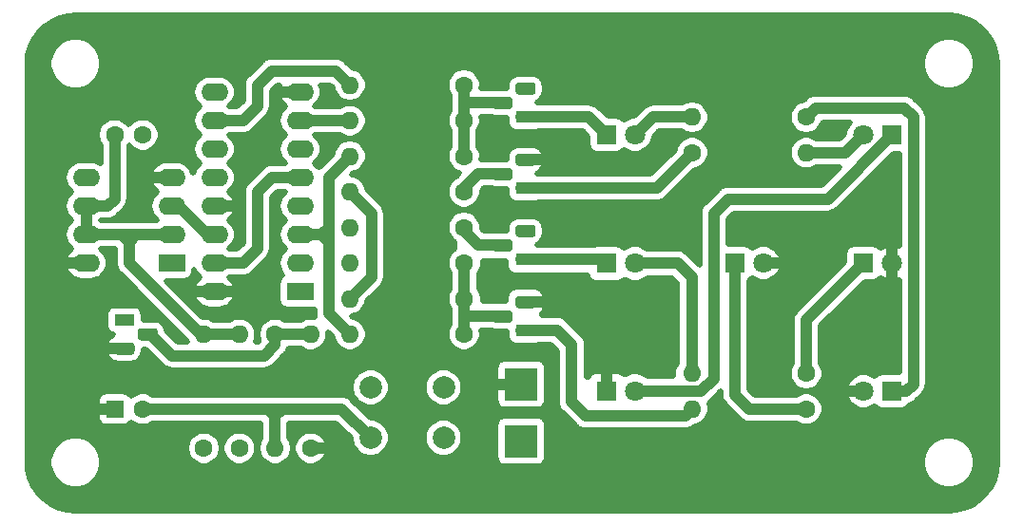
<source format=gbr>
%TF.GenerationSoftware,KiCad,Pcbnew,(5.1.6)-1*%
%TF.CreationDate,2021-03-10T22:21:53+01:00*%
%TF.ProjectId,555_Dice,3535355f-4469-4636-952e-6b696361645f,rev?*%
%TF.SameCoordinates,Original*%
%TF.FileFunction,Copper,L1,Top*%
%TF.FilePolarity,Positive*%
%FSLAX46Y46*%
G04 Gerber Fmt 4.6, Leading zero omitted, Abs format (unit mm)*
G04 Created by KiCad (PCBNEW (5.1.6)-1) date 2021-03-10 22:21:53*
%MOMM*%
%LPD*%
G01*
G04 APERTURE LIST*
%TA.AperFunction,ComponentPad*%
%ADD10R,3.000000X3.000000*%
%TD*%
%TA.AperFunction,ComponentPad*%
%ADD11O,1.600000X1.600000*%
%TD*%
%TA.AperFunction,ComponentPad*%
%ADD12C,1.600000*%
%TD*%
%TA.AperFunction,ComponentPad*%
%ADD13C,2.000000*%
%TD*%
%TA.AperFunction,ComponentPad*%
%ADD14C,1.800000*%
%TD*%
%TA.AperFunction,ComponentPad*%
%ADD15R,1.800000X1.800000*%
%TD*%
%TA.AperFunction,ComponentPad*%
%ADD16R,1.800000X1.100000*%
%TD*%
%TA.AperFunction,ComponentPad*%
%ADD17R,1.600000X1.600000*%
%TD*%
%TA.AperFunction,ComponentPad*%
%ADD18R,2.400000X1.600000*%
%TD*%
%TA.AperFunction,ComponentPad*%
%ADD19O,2.400000X1.600000*%
%TD*%
%TA.AperFunction,Conductor*%
%ADD20C,1.000000*%
%TD*%
%TA.AperFunction,Conductor*%
%ADD21C,0.508000*%
%TD*%
%TA.AperFunction,Conductor*%
%ADD22C,0.635000*%
%TD*%
G04 APERTURE END LIST*
D10*
%TO.P,BT1,2*%
%TO.N,GND*%
X118490000Y-80875000D03*
%TO.P,BT1,1*%
%TO.N,+9V*%
X118490000Y-75795000D03*
%TD*%
D11*
%TO.P,R16,2*%
%TO.N,Net-(Q5-Pad1)*%
X133730000Y-78017500D03*
D12*
%TO.P,R16,1*%
%TO.N,Net-(D4-Pad1)*%
X143890000Y-78017500D03*
%TD*%
D11*
%TO.P,R15,2*%
%TO.N,Net-(D3-Pad2)*%
X133730000Y-74842500D03*
D12*
%TO.P,R15,1*%
%TO.N,Net-(D5-Pad1)*%
X143890000Y-74842500D03*
%TD*%
D11*
%TO.P,R14,2*%
%TO.N,Net-(D2-Pad2)*%
X143890000Y-55157500D03*
D12*
%TO.P,R14,1*%
%TO.N,Net-(Q3-Pad1)*%
X133730000Y-55157500D03*
%TD*%
D11*
%TO.P,R13,2*%
%TO.N,Net-(D1-Pad2)*%
X133730000Y-51982500D03*
D12*
%TO.P,R13,1*%
%TO.N,Net-(D7-Pad1)*%
X143890000Y-51982500D03*
%TD*%
D11*
%TO.P,R12,2*%
%TO.N,5*%
X103250000Y-71350000D03*
D12*
%TO.P,R12,1*%
%TO.N,Net-(Q5-Pad2)*%
X113410000Y-71350000D03*
%TD*%
D11*
%TO.P,R11,2*%
%TO.N,1*%
X103250000Y-68175000D03*
D12*
%TO.P,R11,1*%
%TO.N,Net-(Q5-Pad2)*%
X113410000Y-68175000D03*
%TD*%
D11*
%TO.P,R10,2*%
%TO.N,3*%
X103250000Y-65000000D03*
D12*
%TO.P,R10,1*%
%TO.N,Net-(Q5-Pad2)*%
X113410000Y-65000000D03*
%TD*%
D11*
%TO.P,R9,2*%
%TO.N,6*%
X103250000Y-61825000D03*
D12*
%TO.P,R9,1*%
%TO.N,Net-(Q4-Pad2)*%
X113410000Y-61825000D03*
%TD*%
D11*
%TO.P,R8,2*%
%TO.N,1*%
X103250000Y-58650000D03*
D12*
%TO.P,R8,1*%
%TO.N,Net-(Q3-Pad2)*%
X113410000Y-58650000D03*
%TD*%
D11*
%TO.P,R7,2*%
%TO.N,5*%
X103250000Y-55475000D03*
D12*
%TO.P,R7,1*%
%TO.N,Net-(Q2-Pad2)*%
X113410000Y-55475000D03*
%TD*%
D11*
%TO.P,R6,2*%
%TO.N,4*%
X103250000Y-52300000D03*
D12*
%TO.P,R6,1*%
%TO.N,Net-(Q2-Pad2)*%
X113410000Y-52300000D03*
%TD*%
D11*
%TO.P,R5,2*%
%TO.N,6*%
X103250000Y-49125000D03*
D12*
%TO.P,R5,1*%
%TO.N,Net-(Q2-Pad2)*%
X113410000Y-49125000D03*
%TD*%
D11*
%TO.P,R4,2*%
%TO.N,Net-(Q1-Pad2)*%
X99757500Y-71350000D03*
D12*
%TO.P,R4,1*%
%TO.N,+9V*%
X99757500Y-81510000D03*
%TD*%
D11*
%TO.P,R3,2*%
%TO.N,Net-(C2-Pad2)*%
X96582500Y-81510000D03*
D12*
%TO.P,R3,1*%
%TO.N,Net-(Q1-Pad2)*%
X96582500Y-71350000D03*
%TD*%
D11*
%TO.P,R2,2*%
%TO.N,Net-(C1-Pad1)*%
X93407500Y-71350000D03*
D12*
%TO.P,R2,1*%
%TO.N,Net-(Q1-Pad1)*%
X93407500Y-81510000D03*
%TD*%
D11*
%TO.P,R1,2*%
%TO.N,Net-(C1-Pad1)*%
X90232500Y-71350000D03*
D12*
%TO.P,R1,1*%
%TO.N,GND*%
X90232500Y-81510000D03*
%TD*%
D13*
%TO.P,SW1,1*%
%TO.N,GND*%
X111580000Y-76085000D03*
%TO.P,SW1,2*%
%TO.N,Net-(C2-Pad2)*%
X111580000Y-80585000D03*
%TO.P,SW1,1*%
%TO.N,GND*%
X105080000Y-76085000D03*
%TO.P,SW1,2*%
%TO.N,Net-(C2-Pad2)*%
X105080000Y-80585000D03*
%TD*%
D14*
%TO.P,D7,2*%
%TO.N,+9V*%
X148970000Y-76430000D03*
D15*
%TO.P,D7,1*%
%TO.N,Net-(D7-Pad1)*%
X151510000Y-76430000D03*
%TD*%
D14*
%TO.P,D6,2*%
%TO.N,Net-(D2-Pad1)*%
X128650000Y-76430000D03*
D15*
%TO.P,D6,1*%
%TO.N,GND*%
X126110000Y-76430000D03*
%TD*%
D14*
%TO.P,D5,2*%
%TO.N,+9V*%
X151510000Y-65000000D03*
D15*
%TO.P,D5,1*%
%TO.N,Net-(D5-Pad1)*%
X148970000Y-65000000D03*
%TD*%
D14*
%TO.P,D4,2*%
%TO.N,+9V*%
X140080000Y-65000000D03*
D15*
%TO.P,D4,1*%
%TO.N,Net-(D4-Pad1)*%
X137540000Y-65000000D03*
%TD*%
D14*
%TO.P,D3,2*%
%TO.N,Net-(D3-Pad2)*%
X128650000Y-65000000D03*
D15*
%TO.P,D3,1*%
%TO.N,Net-(D3-Pad1)*%
X126110000Y-65000000D03*
%TD*%
D14*
%TO.P,D2,2*%
%TO.N,Net-(D2-Pad2)*%
X148970000Y-53570000D03*
D15*
%TO.P,D2,1*%
%TO.N,Net-(D2-Pad1)*%
X151510000Y-53570000D03*
%TD*%
D14*
%TO.P,D1,2*%
%TO.N,Net-(D1-Pad2)*%
X128650000Y-53570000D03*
D15*
%TO.P,D1,1*%
%TO.N,Net-(D1-Pad1)*%
X126110000Y-53570000D03*
%TD*%
%TO.P,Q4,2*%
%TO.N,Net-(Q4-Pad2)*%
%TA.AperFunction,ComponentPad*%
G36*
G01*
X117445000Y-63962500D02*
X116195000Y-63962500D01*
G75*
G02*
X115920000Y-63687500I0J275000D01*
G01*
X115920000Y-63137500D01*
G75*
G02*
X116195000Y-62862500I275000J0D01*
G01*
X117445000Y-62862500D01*
G75*
G02*
X117720000Y-63137500I0J-275000D01*
G01*
X117720000Y-63687500D01*
G75*
G02*
X117445000Y-63962500I-275000J0D01*
G01*
G37*
%TD.AperFunction*%
%TO.P,Q4,3*%
%TO.N,GND*%
%TA.AperFunction,ComponentPad*%
G36*
G01*
X119515000Y-62692500D02*
X118265000Y-62692500D01*
G75*
G02*
X117990000Y-62417500I0J275000D01*
G01*
X117990000Y-61867500D01*
G75*
G02*
X118265000Y-61592500I275000J0D01*
G01*
X119515000Y-61592500D01*
G75*
G02*
X119790000Y-61867500I0J-275000D01*
G01*
X119790000Y-62417500D01*
G75*
G02*
X119515000Y-62692500I-275000J0D01*
G01*
G37*
%TD.AperFunction*%
D16*
%TO.P,Q4,1*%
%TO.N,Net-(D3-Pad1)*%
X118890000Y-64682500D03*
%TD*%
D12*
%TO.P,C1,2*%
%TO.N,GND*%
X84795000Y-53570000D03*
%TO.P,C1,1*%
%TO.N,Net-(C1-Pad1)*%
X82295000Y-53570000D03*
%TD*%
%TO.P,C2,2*%
%TO.N,Net-(C2-Pad2)*%
X84795000Y-78017500D03*
D17*
%TO.P,C2,1*%
%TO.N,+9V*%
X82295000Y-78017500D03*
%TD*%
%TO.P,Q5,2*%
%TO.N,Net-(Q5-Pad2)*%
%TA.AperFunction,ComponentPad*%
G36*
G01*
X117445000Y-70312500D02*
X116195000Y-70312500D01*
G75*
G02*
X115920000Y-70037500I0J275000D01*
G01*
X115920000Y-69487500D01*
G75*
G02*
X116195000Y-69212500I275000J0D01*
G01*
X117445000Y-69212500D01*
G75*
G02*
X117720000Y-69487500I0J-275000D01*
G01*
X117720000Y-70037500D01*
G75*
G02*
X117445000Y-70312500I-275000J0D01*
G01*
G37*
%TD.AperFunction*%
%TO.P,Q5,3*%
%TO.N,GND*%
%TA.AperFunction,ComponentPad*%
G36*
G01*
X119515000Y-69042500D02*
X118265000Y-69042500D01*
G75*
G02*
X117990000Y-68767500I0J275000D01*
G01*
X117990000Y-68217500D01*
G75*
G02*
X118265000Y-67942500I275000J0D01*
G01*
X119515000Y-67942500D01*
G75*
G02*
X119790000Y-68217500I0J-275000D01*
G01*
X119790000Y-68767500D01*
G75*
G02*
X119515000Y-69042500I-275000J0D01*
G01*
G37*
%TD.AperFunction*%
D16*
%TO.P,Q5,1*%
%TO.N,Net-(Q5-Pad1)*%
X118890000Y-71032500D03*
%TD*%
%TO.P,Q2,2*%
%TO.N,Net-(Q2-Pad2)*%
%TA.AperFunction,ComponentPad*%
G36*
G01*
X117445000Y-51262500D02*
X116195000Y-51262500D01*
G75*
G02*
X115920000Y-50987500I0J275000D01*
G01*
X115920000Y-50437500D01*
G75*
G02*
X116195000Y-50162500I275000J0D01*
G01*
X117445000Y-50162500D01*
G75*
G02*
X117720000Y-50437500I0J-275000D01*
G01*
X117720000Y-50987500D01*
G75*
G02*
X117445000Y-51262500I-275000J0D01*
G01*
G37*
%TD.AperFunction*%
%TO.P,Q2,3*%
%TO.N,GND*%
%TA.AperFunction,ComponentPad*%
G36*
G01*
X119515000Y-49992500D02*
X118265000Y-49992500D01*
G75*
G02*
X117990000Y-49717500I0J275000D01*
G01*
X117990000Y-49167500D01*
G75*
G02*
X118265000Y-48892500I275000J0D01*
G01*
X119515000Y-48892500D01*
G75*
G02*
X119790000Y-49167500I0J-275000D01*
G01*
X119790000Y-49717500D01*
G75*
G02*
X119515000Y-49992500I-275000J0D01*
G01*
G37*
%TD.AperFunction*%
%TO.P,Q2,1*%
%TO.N,Net-(D1-Pad1)*%
X118890000Y-51982500D03*
%TD*%
%TO.P,Q3,2*%
%TO.N,Net-(Q3-Pad2)*%
%TA.AperFunction,ComponentPad*%
G36*
G01*
X117445000Y-57612500D02*
X116195000Y-57612500D01*
G75*
G02*
X115920000Y-57337500I0J275000D01*
G01*
X115920000Y-56787500D01*
G75*
G02*
X116195000Y-56512500I275000J0D01*
G01*
X117445000Y-56512500D01*
G75*
G02*
X117720000Y-56787500I0J-275000D01*
G01*
X117720000Y-57337500D01*
G75*
G02*
X117445000Y-57612500I-275000J0D01*
G01*
G37*
%TD.AperFunction*%
%TO.P,Q3,3*%
%TO.N,+9V*%
%TA.AperFunction,ComponentPad*%
G36*
G01*
X119515000Y-56342500D02*
X118265000Y-56342500D01*
G75*
G02*
X117990000Y-56067500I0J275000D01*
G01*
X117990000Y-55517500D01*
G75*
G02*
X118265000Y-55242500I275000J0D01*
G01*
X119515000Y-55242500D01*
G75*
G02*
X119790000Y-55517500I0J-275000D01*
G01*
X119790000Y-56067500D01*
G75*
G02*
X119515000Y-56342500I-275000J0D01*
G01*
G37*
%TD.AperFunction*%
%TO.P,Q3,1*%
%TO.N,Net-(Q3-Pad1)*%
X118890000Y-58332500D03*
%TD*%
%TO.P,Q1,2*%
%TO.N,Net-(Q1-Pad2)*%
%TA.AperFunction,ComponentPad*%
G36*
G01*
X84610000Y-70800000D02*
X85860000Y-70800000D01*
G75*
G02*
X86135000Y-71075000I0J-275000D01*
G01*
X86135000Y-71625000D01*
G75*
G02*
X85860000Y-71900000I-275000J0D01*
G01*
X84610000Y-71900000D01*
G75*
G02*
X84335000Y-71625000I0J275000D01*
G01*
X84335000Y-71075000D01*
G75*
G02*
X84610000Y-70800000I275000J0D01*
G01*
G37*
%TD.AperFunction*%
%TO.P,Q1,3*%
%TO.N,+9V*%
%TA.AperFunction,ComponentPad*%
G36*
G01*
X82540000Y-72070000D02*
X83790000Y-72070000D01*
G75*
G02*
X84065000Y-72345000I0J-275000D01*
G01*
X84065000Y-72895000D01*
G75*
G02*
X83790000Y-73170000I-275000J0D01*
G01*
X82540000Y-73170000D01*
G75*
G02*
X82265000Y-72895000I0J275000D01*
G01*
X82265000Y-72345000D01*
G75*
G02*
X82540000Y-72070000I275000J0D01*
G01*
G37*
%TD.AperFunction*%
%TO.P,Q1,1*%
%TO.N,Net-(Q1-Pad1)*%
X83165000Y-70080000D03*
%TD*%
D18*
%TO.P,U2,1*%
%TO.N,1*%
X98805000Y-67540000D03*
D19*
%TO.P,U2,9*%
%TO.N,Net-(U2-Pad9)*%
X91185000Y-49760000D03*
%TO.P,U2,2*%
%TO.N,2*%
X98805000Y-65000000D03*
%TO.P,U2,10*%
%TO.N,6*%
X91185000Y-52300000D03*
%TO.P,U2,3*%
%TO.N,5*%
X98805000Y-62460000D03*
%TO.P,U2,11*%
%TO.N,Net-(U2-Pad11)*%
X91185000Y-54840000D03*
%TO.P,U2,4*%
%TO.N,3*%
X98805000Y-59920000D03*
%TO.P,U2,12*%
%TO.N,Net-(U2-Pad12)*%
X91185000Y-57380000D03*
%TO.P,U2,5*%
%TO.N,Net-(U2-Pad15)*%
X98805000Y-57380000D03*
%TO.P,U2,13*%
%TO.N,GND*%
X91185000Y-59920000D03*
%TO.P,U2,6*%
%TO.N,Net-(U2-Pad6)*%
X98805000Y-54840000D03*
%TO.P,U2,14*%
%TO.N,Net-(U1-Pad3)*%
X91185000Y-62460000D03*
%TO.P,U2,7*%
%TO.N,4*%
X98805000Y-52300000D03*
%TO.P,U2,15*%
%TO.N,Net-(U2-Pad15)*%
X91185000Y-65000000D03*
%TO.P,U2,8*%
%TO.N,GND*%
X98805000Y-49760000D03*
%TO.P,U2,16*%
%TO.N,+9V*%
X91185000Y-67540000D03*
%TD*%
%TO.P,U1,8*%
%TO.N,+9V*%
X79755000Y-65000000D03*
%TO.P,U1,4*%
X87375000Y-57380000D03*
%TO.P,U1,7*%
%TO.N,Net-(C1-Pad1)*%
X79755000Y-62460000D03*
%TO.P,U1,3*%
%TO.N,Net-(U1-Pad3)*%
X87375000Y-59920000D03*
%TO.P,U1,6*%
%TO.N,Net-(C1-Pad1)*%
X79755000Y-59920000D03*
%TO.P,U1,2*%
X87375000Y-62460000D03*
%TO.P,U1,5*%
%TO.N,Net-(U1-Pad5)*%
X79755000Y-57380000D03*
D18*
%TO.P,U1,1*%
%TO.N,GND*%
X87375000Y-65000000D03*
%TD*%
D20*
%TO.N,+9V*%
X91185000Y-67540000D02*
X93090000Y-67540000D01*
X91185000Y-67540000D02*
X89280000Y-67540000D01*
X147065000Y-76430000D02*
X148970000Y-76430000D01*
X141985000Y-65000000D02*
X140080000Y-65000000D01*
X118490000Y-55792500D02*
X121347500Y-55792500D01*
X87375000Y-57380000D02*
X85470000Y-57380000D01*
X79755000Y-65000000D02*
X77532500Y-65000000D01*
X99757500Y-81510000D02*
X101345000Y-81510000D01*
X82295000Y-78017500D02*
X80390000Y-78017500D01*
X85470000Y-57380000D02*
X84835000Y-57380000D01*
X151510000Y-65000000D02*
X151510000Y-62460000D01*
X151510000Y-62460000D02*
X151510000Y-67857500D01*
X83565000Y-72620000D02*
X80390000Y-72620000D01*
X118490000Y-75795000D02*
X115632500Y-75795000D01*
%TO.N,GND*%
X118490000Y-68492500D02*
X121347500Y-68492500D01*
X126110000Y-76430000D02*
X126110000Y-74525000D01*
X126110000Y-74525000D02*
X126110000Y-73890000D01*
X121347500Y-68492500D02*
X121665000Y-68492500D01*
X121347500Y-68492500D02*
X121982500Y-68492500D01*
X126110000Y-73890000D02*
X126110000Y-73255000D01*
X91185000Y-59920000D02*
X93090000Y-59920000D01*
X98805000Y-49760000D02*
X96900000Y-49760000D01*
%TO.N,Net-(D1-Pad2)*%
X130237500Y-51982500D02*
X128650000Y-53570000D01*
X133730000Y-51982500D02*
X130237500Y-51982500D01*
%TO.N,Net-(D1-Pad1)*%
X124522500Y-51982500D02*
X126110000Y-53570000D01*
X118490000Y-51982500D02*
X124522500Y-51982500D01*
%TO.N,Net-(D2-Pad2)*%
X147382500Y-55157500D02*
X148970000Y-53570000D01*
X143890000Y-55157500D02*
X147382500Y-55157500D01*
%TO.N,Net-(D2-Pad1)*%
X145795000Y-59285000D02*
X136905000Y-59285000D01*
X151510000Y-53570000D02*
X145795000Y-59285000D01*
X135635000Y-60555000D02*
X135635000Y-75317501D01*
X136905000Y-59285000D02*
X135635000Y-60555000D01*
X134522501Y-76430000D02*
X128650000Y-76430000D01*
X135635000Y-75317501D02*
X134522501Y-76430000D01*
%TO.N,Net-(D3-Pad2)*%
X133730000Y-74842500D02*
X133730000Y-66270000D01*
X132460000Y-65000000D02*
X128650000Y-65000000D01*
X133730000Y-66270000D02*
X132460000Y-65000000D01*
%TO.N,Net-(D3-Pad1)*%
X125792500Y-64682500D02*
X126110000Y-65000000D01*
X118490000Y-64682500D02*
X125792500Y-64682500D01*
%TO.N,Net-(D4-Pad1)*%
X138810000Y-78017500D02*
X143890000Y-78017500D01*
X137540000Y-65000000D02*
X137540000Y-76747500D01*
X137540000Y-76747500D02*
X138810000Y-78017500D01*
%TO.N,Net-(Q1-Pad2)*%
X96582500Y-71350000D02*
X99757500Y-71350000D01*
X95630000Y-73255000D02*
X96582500Y-72302500D01*
X96582500Y-72302500D02*
X96582500Y-71350000D01*
X87375000Y-73255000D02*
X95630000Y-73255000D01*
X84835000Y-71350000D02*
X85470000Y-71350000D01*
X85470000Y-71350000D02*
X87375000Y-73255000D01*
%TO.N,Net-(Q2-Pad2)*%
X117220000Y-50712500D02*
X113410000Y-50712500D01*
X113410000Y-55475000D02*
X113410000Y-49125000D01*
%TO.N,Net-(Q3-Pad2)*%
X114680000Y-57062500D02*
X117220000Y-57062500D01*
X113410000Y-58650000D02*
X113410000Y-58332500D01*
X113410000Y-58332500D02*
X114680000Y-57062500D01*
%TO.N,Net-(Q4-Pad2)*%
X113410000Y-62142500D02*
X113410000Y-61825000D01*
X117220000Y-63412500D02*
X114680000Y-63412500D01*
X114680000Y-63412500D02*
X113410000Y-62142500D01*
%TO.N,Net-(Q5-Pad2)*%
X117220000Y-69762500D02*
X113410000Y-69762500D01*
X113410000Y-71350000D02*
X113410000Y-65000000D01*
%TO.N,1*%
X105155000Y-60555000D02*
X103250000Y-58650000D01*
X103250000Y-68175000D02*
X105155000Y-66270000D01*
X105155000Y-66270000D02*
X105155000Y-60555000D01*
%TO.N,5*%
X100710000Y-62460000D02*
X101345000Y-63095000D01*
X98805000Y-62460000D02*
X100710000Y-62460000D01*
X100710000Y-62460000D02*
X101345000Y-61825000D01*
X101345000Y-63095000D02*
X101345000Y-61825000D01*
X101345000Y-69445000D02*
X103250000Y-71350000D01*
X101345000Y-63095000D02*
X101345000Y-69445000D01*
X101345000Y-57380000D02*
X103250000Y-55475000D01*
X101345000Y-61825000D02*
X101345000Y-57380000D01*
%TO.N,4*%
X98805000Y-52300000D02*
X103250000Y-52300000D01*
%TO.N,6*%
X94995000Y-51030000D02*
X93725000Y-52300000D01*
X93725000Y-52300000D02*
X91185000Y-52300000D01*
X96265000Y-47855000D02*
X94995000Y-49125000D01*
X103250000Y-49125000D02*
X101980000Y-47855000D01*
X94995000Y-49125000D02*
X94995000Y-51030000D01*
X101980000Y-47855000D02*
X96265000Y-47855000D01*
%TO.N,Net-(U1-Pad3)*%
X90550000Y-62460000D02*
X91185000Y-62460000D01*
X87375000Y-59920000D02*
X88010000Y-59920000D01*
X88010000Y-59920000D02*
X90550000Y-62460000D01*
%TO.N,Net-(D7-Pad1)*%
X153415000Y-75795000D02*
X152780000Y-76430000D01*
X152780000Y-76430000D02*
X151510000Y-76430000D01*
X153415000Y-51982500D02*
X153415000Y-75795000D01*
X152615001Y-51182501D02*
X153415000Y-51982500D01*
X143890000Y-51982500D02*
X144689999Y-51182501D01*
X144689999Y-51182501D02*
X152615001Y-51182501D01*
%TO.N,Net-(D5-Pad1)*%
X143890000Y-70080000D02*
X148970000Y-65000000D01*
X143890000Y-74842500D02*
X143890000Y-70080000D01*
%TO.N,Net-(Q3-Pad1)*%
X130555000Y-58332500D02*
X118490000Y-58332500D01*
X133730000Y-55157500D02*
X130555000Y-58332500D01*
%TO.N,Net-(C1-Pad1)*%
X82930000Y-62460000D02*
X83565000Y-62460000D01*
X79755000Y-62460000D02*
X82930000Y-62460000D01*
X83565000Y-62460000D02*
X84200000Y-62460000D01*
X90232500Y-71350000D02*
X93407500Y-71350000D01*
X79755000Y-59920000D02*
X79755000Y-62460000D01*
X84200000Y-62460000D02*
X85470000Y-62460000D01*
X85470000Y-62460000D02*
X87375000Y-62460000D01*
X83565000Y-63095000D02*
X83565000Y-62460000D01*
X84200000Y-62460000D02*
X83565000Y-63095000D01*
X82930000Y-62460000D02*
X83565000Y-63095000D01*
X83565000Y-63095000D02*
X83565000Y-65000000D01*
X89915000Y-71350000D02*
X90232500Y-71350000D01*
X83565000Y-65000000D02*
X89915000Y-71350000D01*
X81660000Y-59920000D02*
X79755000Y-59920000D01*
X82295000Y-53570000D02*
X82295000Y-59285000D01*
X82295000Y-59285000D02*
X81660000Y-59920000D01*
%TO.N,Net-(C2-Pad2)*%
X84795000Y-78017500D02*
X94360000Y-78017500D01*
X96582500Y-78652500D02*
X95947500Y-78017500D01*
X96582500Y-81510000D02*
X96582500Y-78652500D01*
X94360000Y-78017500D02*
X95947500Y-78017500D01*
X96582500Y-78652500D02*
X97217500Y-78017500D01*
X95947500Y-78017500D02*
X97217500Y-78017500D01*
X98805000Y-78017500D02*
X97217500Y-78017500D01*
X105080000Y-80585000D02*
X102512500Y-78017500D01*
X102512500Y-78017500D02*
X98805000Y-78017500D01*
%TO.N,Net-(Q5-Pad1)*%
X124205000Y-78652500D02*
X133095000Y-78652500D01*
X122935000Y-77382500D02*
X124205000Y-78652500D01*
X122935000Y-72302500D02*
X122935000Y-77382500D01*
X118490000Y-71032500D02*
X121665000Y-71032500D01*
X121665000Y-71032500D02*
X122935000Y-72302500D01*
X133095000Y-78652500D02*
X133730000Y-78017500D01*
%TO.N,Net-(U2-Pad15)*%
X94995000Y-58650000D02*
X96265000Y-57380000D01*
X94995000Y-63730000D02*
X94995000Y-58650000D01*
X91185000Y-65000000D02*
X93725000Y-65000000D01*
X96265000Y-57380000D02*
X98805000Y-57380000D01*
X93725000Y-65000000D02*
X94995000Y-63730000D01*
%TD*%
D21*
%TO.N,+9V*%
G36*
X157349667Y-42997926D02*
G01*
X158085332Y-43199181D01*
X158773722Y-43527527D01*
X159393091Y-43972588D01*
X159923858Y-44520297D01*
X160349245Y-45153340D01*
X160655806Y-45851705D01*
X160835305Y-46599376D01*
X160883000Y-47248852D01*
X160883001Y-82744943D01*
X160812074Y-83539669D01*
X160610819Y-84275332D01*
X160282473Y-84963723D01*
X159837412Y-85583092D01*
X159289703Y-86113857D01*
X158656661Y-86539244D01*
X157958295Y-86845805D01*
X157210623Y-87025305D01*
X156561148Y-87073000D01*
X78837546Y-87073000D01*
X78042831Y-87002074D01*
X77307168Y-86800819D01*
X76618777Y-86472473D01*
X75999408Y-86027412D01*
X75468643Y-85479703D01*
X75043256Y-84846661D01*
X74736695Y-84148295D01*
X74557195Y-83400623D01*
X74509500Y-82751148D01*
X74509500Y-82547363D01*
X76440500Y-82547363D01*
X76440500Y-83012637D01*
X76531270Y-83468970D01*
X76709322Y-83898827D01*
X76967815Y-84285687D01*
X77296813Y-84614685D01*
X77683673Y-84873178D01*
X78113530Y-85051230D01*
X78569863Y-85142000D01*
X79035137Y-85142000D01*
X79491470Y-85051230D01*
X79921327Y-84873178D01*
X80308187Y-84614685D01*
X80637185Y-84285687D01*
X80895678Y-83898827D01*
X81073730Y-83468970D01*
X81164500Y-83012637D01*
X81164500Y-82547363D01*
X81073730Y-82091030D01*
X80895678Y-81661173D01*
X80691872Y-81356156D01*
X88670500Y-81356156D01*
X88670500Y-81663844D01*
X88730527Y-81965619D01*
X88848273Y-82249885D01*
X89019215Y-82505717D01*
X89236783Y-82723285D01*
X89492615Y-82894227D01*
X89776881Y-83011973D01*
X90078656Y-83072000D01*
X90386344Y-83072000D01*
X90688119Y-83011973D01*
X90972385Y-82894227D01*
X91228217Y-82723285D01*
X91445785Y-82505717D01*
X91616727Y-82249885D01*
X91734473Y-81965619D01*
X91794500Y-81663844D01*
X91794500Y-81356156D01*
X91845500Y-81356156D01*
X91845500Y-81663844D01*
X91905527Y-81965619D01*
X92023273Y-82249885D01*
X92194215Y-82505717D01*
X92411783Y-82723285D01*
X92667615Y-82894227D01*
X92951881Y-83011973D01*
X93253656Y-83072000D01*
X93561344Y-83072000D01*
X93863119Y-83011973D01*
X94147385Y-82894227D01*
X94403217Y-82723285D01*
X94620785Y-82505717D01*
X94791727Y-82249885D01*
X94909473Y-81965619D01*
X94969500Y-81663844D01*
X94969500Y-81356156D01*
X94909473Y-81054381D01*
X94791727Y-80770115D01*
X94620785Y-80514283D01*
X94403217Y-80296715D01*
X94147385Y-80125773D01*
X93863119Y-80008027D01*
X93561344Y-79948000D01*
X93253656Y-79948000D01*
X92951881Y-80008027D01*
X92667615Y-80125773D01*
X92411783Y-80296715D01*
X92194215Y-80514283D01*
X92023273Y-80770115D01*
X91905527Y-81054381D01*
X91845500Y-81356156D01*
X91794500Y-81356156D01*
X91734473Y-81054381D01*
X91616727Y-80770115D01*
X91445785Y-80514283D01*
X91228217Y-80296715D01*
X90972385Y-80125773D01*
X90688119Y-80008027D01*
X90386344Y-79948000D01*
X90078656Y-79948000D01*
X89776881Y-80008027D01*
X89492615Y-80125773D01*
X89236783Y-80296715D01*
X89019215Y-80514283D01*
X88848273Y-80770115D01*
X88730527Y-81054381D01*
X88670500Y-81356156D01*
X80691872Y-81356156D01*
X80637185Y-81274313D01*
X80308187Y-80945315D01*
X79921327Y-80686822D01*
X79491470Y-80508770D01*
X79035137Y-80418000D01*
X78569863Y-80418000D01*
X78113530Y-80508770D01*
X77683673Y-80686822D01*
X77296813Y-80945315D01*
X76967815Y-81274313D01*
X76709322Y-81661173D01*
X76531270Y-82091030D01*
X76440500Y-82547363D01*
X74509500Y-82547363D01*
X74509500Y-77217500D01*
X80729314Y-77217500D01*
X80729314Y-78817500D01*
X80744026Y-78966878D01*
X80787598Y-79110515D01*
X80858355Y-79242892D01*
X80953578Y-79358922D01*
X81069608Y-79454145D01*
X81201985Y-79524902D01*
X81345622Y-79568474D01*
X81495000Y-79583186D01*
X83095000Y-79583186D01*
X83244378Y-79568474D01*
X83388015Y-79524902D01*
X83520392Y-79454145D01*
X83636422Y-79358922D01*
X83731645Y-79242892D01*
X83759422Y-79190924D01*
X83799283Y-79230785D01*
X84055115Y-79401727D01*
X84339381Y-79519473D01*
X84641156Y-79579500D01*
X84948844Y-79579500D01*
X85250619Y-79519473D01*
X85534885Y-79401727D01*
X85717810Y-79279500D01*
X95320501Y-79279500D01*
X95320500Y-80587189D01*
X95198273Y-80770115D01*
X95080527Y-81054381D01*
X95020500Y-81356156D01*
X95020500Y-81663844D01*
X95080527Y-81965619D01*
X95198273Y-82249885D01*
X95369215Y-82505717D01*
X95586783Y-82723285D01*
X95842615Y-82894227D01*
X96126881Y-83011973D01*
X96428656Y-83072000D01*
X96736344Y-83072000D01*
X97038119Y-83011973D01*
X97322385Y-82894227D01*
X97578217Y-82723285D01*
X97795785Y-82505717D01*
X97966727Y-82249885D01*
X98084473Y-81965619D01*
X98144500Y-81663844D01*
X98144500Y-81356156D01*
X98195500Y-81356156D01*
X98195500Y-81663844D01*
X98255527Y-81965619D01*
X98373273Y-82249885D01*
X98544215Y-82505717D01*
X98761783Y-82723285D01*
X99017615Y-82894227D01*
X99301881Y-83011973D01*
X99603656Y-83072000D01*
X99911344Y-83072000D01*
X100213119Y-83011973D01*
X100497385Y-82894227D01*
X100753217Y-82723285D01*
X100970785Y-82505717D01*
X101141727Y-82249885D01*
X101259473Y-81965619D01*
X101319500Y-81663844D01*
X101319500Y-81356156D01*
X101259473Y-81054381D01*
X101141727Y-80770115D01*
X100970785Y-80514283D01*
X100753217Y-80296715D01*
X100497385Y-80125773D01*
X100213119Y-80008027D01*
X99911344Y-79948000D01*
X99603656Y-79948000D01*
X99301881Y-80008027D01*
X99017615Y-80125773D01*
X98761783Y-80296715D01*
X98544215Y-80514283D01*
X98373273Y-80770115D01*
X98255527Y-81054381D01*
X98195500Y-81356156D01*
X98144500Y-81356156D01*
X98084473Y-81054381D01*
X97966727Y-80770115D01*
X97844500Y-80587190D01*
X97844500Y-79279500D01*
X101989764Y-79279500D01*
X103318000Y-80607737D01*
X103318000Y-80758542D01*
X103385712Y-81098957D01*
X103518535Y-81419620D01*
X103711365Y-81708210D01*
X103956790Y-81953635D01*
X104245380Y-82146465D01*
X104566043Y-82279288D01*
X104906458Y-82347000D01*
X105253542Y-82347000D01*
X105593957Y-82279288D01*
X105914620Y-82146465D01*
X106203210Y-81953635D01*
X106448635Y-81708210D01*
X106641465Y-81419620D01*
X106774288Y-81098957D01*
X106842000Y-80758542D01*
X106842000Y-80411458D01*
X109818000Y-80411458D01*
X109818000Y-80758542D01*
X109885712Y-81098957D01*
X110018535Y-81419620D01*
X110211365Y-81708210D01*
X110456790Y-81953635D01*
X110745380Y-82146465D01*
X111066043Y-82279288D01*
X111406458Y-82347000D01*
X111753542Y-82347000D01*
X112093957Y-82279288D01*
X112414620Y-82146465D01*
X112703210Y-81953635D01*
X112948635Y-81708210D01*
X113141465Y-81419620D01*
X113274288Y-81098957D01*
X113342000Y-80758542D01*
X113342000Y-80411458D01*
X113274288Y-80071043D01*
X113141465Y-79750380D01*
X112948635Y-79461790D01*
X112861845Y-79375000D01*
X116224314Y-79375000D01*
X116224314Y-82375000D01*
X116239026Y-82524378D01*
X116282598Y-82668015D01*
X116353355Y-82800392D01*
X116448578Y-82916422D01*
X116564608Y-83011645D01*
X116696985Y-83082402D01*
X116840622Y-83125974D01*
X116990000Y-83140686D01*
X119990000Y-83140686D01*
X120139378Y-83125974D01*
X120283015Y-83082402D01*
X120415392Y-83011645D01*
X120531422Y-82916422D01*
X120626645Y-82800392D01*
X120697402Y-82668015D01*
X120734001Y-82547363D01*
X154228000Y-82547363D01*
X154228000Y-83012637D01*
X154318770Y-83468970D01*
X154496822Y-83898827D01*
X154755315Y-84285687D01*
X155084313Y-84614685D01*
X155471173Y-84873178D01*
X155901030Y-85051230D01*
X156357363Y-85142000D01*
X156822637Y-85142000D01*
X157278970Y-85051230D01*
X157708827Y-84873178D01*
X158095687Y-84614685D01*
X158424685Y-84285687D01*
X158683178Y-83898827D01*
X158861230Y-83468970D01*
X158952000Y-83012637D01*
X158952000Y-82547363D01*
X158861230Y-82091030D01*
X158683178Y-81661173D01*
X158424685Y-81274313D01*
X158095687Y-80945315D01*
X157708827Y-80686822D01*
X157278970Y-80508770D01*
X156822637Y-80418000D01*
X156357363Y-80418000D01*
X155901030Y-80508770D01*
X155471173Y-80686822D01*
X155084313Y-80945315D01*
X154755315Y-81274313D01*
X154496822Y-81661173D01*
X154318770Y-82091030D01*
X154228000Y-82547363D01*
X120734001Y-82547363D01*
X120740974Y-82524378D01*
X120755686Y-82375000D01*
X120755686Y-79375000D01*
X120740974Y-79225622D01*
X120697402Y-79081985D01*
X120626645Y-78949608D01*
X120531422Y-78833578D01*
X120415392Y-78738355D01*
X120283015Y-78667598D01*
X120139378Y-78624026D01*
X119990000Y-78609314D01*
X116990000Y-78609314D01*
X116840622Y-78624026D01*
X116696985Y-78667598D01*
X116564608Y-78738355D01*
X116448578Y-78833578D01*
X116353355Y-78949608D01*
X116282598Y-79081985D01*
X116239026Y-79225622D01*
X116224314Y-79375000D01*
X112861845Y-79375000D01*
X112703210Y-79216365D01*
X112414620Y-79023535D01*
X112093957Y-78890712D01*
X111753542Y-78823000D01*
X111406458Y-78823000D01*
X111066043Y-78890712D01*
X110745380Y-79023535D01*
X110456790Y-79216365D01*
X110211365Y-79461790D01*
X110018535Y-79750380D01*
X109885712Y-80071043D01*
X109818000Y-80411458D01*
X106842000Y-80411458D01*
X106774288Y-80071043D01*
X106641465Y-79750380D01*
X106448635Y-79461790D01*
X106203210Y-79216365D01*
X105914620Y-79023535D01*
X105593957Y-78890712D01*
X105253542Y-78823000D01*
X105102737Y-78823000D01*
X103448711Y-77168975D01*
X103409186Y-77120814D01*
X103217022Y-76963108D01*
X102997783Y-76845923D01*
X102759895Y-76773760D01*
X102574496Y-76755500D01*
X102574488Y-76755500D01*
X102512500Y-76749395D01*
X102450512Y-76755500D01*
X97279488Y-76755500D01*
X97217500Y-76749395D01*
X97155511Y-76755500D01*
X96009488Y-76755500D01*
X95947500Y-76749395D01*
X95885512Y-76755500D01*
X85717810Y-76755500D01*
X85534885Y-76633273D01*
X85250619Y-76515527D01*
X84948844Y-76455500D01*
X84641156Y-76455500D01*
X84339381Y-76515527D01*
X84055115Y-76633273D01*
X83799283Y-76804215D01*
X83759422Y-76844076D01*
X83731645Y-76792108D01*
X83636422Y-76676078D01*
X83520392Y-76580855D01*
X83388015Y-76510098D01*
X83244378Y-76466526D01*
X83095000Y-76451814D01*
X81495000Y-76451814D01*
X81345622Y-76466526D01*
X81201985Y-76510098D01*
X81069608Y-76580855D01*
X80953578Y-76676078D01*
X80858355Y-76792108D01*
X80787598Y-76924485D01*
X80744026Y-77068122D01*
X80729314Y-77217500D01*
X74509500Y-77217500D01*
X74509500Y-75911458D01*
X103318000Y-75911458D01*
X103318000Y-76258542D01*
X103385712Y-76598957D01*
X103518535Y-76919620D01*
X103711365Y-77208210D01*
X103956790Y-77453635D01*
X104245380Y-77646465D01*
X104566043Y-77779288D01*
X104906458Y-77847000D01*
X105253542Y-77847000D01*
X105593957Y-77779288D01*
X105914620Y-77646465D01*
X106203210Y-77453635D01*
X106448635Y-77208210D01*
X106641465Y-76919620D01*
X106774288Y-76598957D01*
X106842000Y-76258542D01*
X106842000Y-75911458D01*
X109818000Y-75911458D01*
X109818000Y-76258542D01*
X109885712Y-76598957D01*
X110018535Y-76919620D01*
X110211365Y-77208210D01*
X110456790Y-77453635D01*
X110745380Y-77646465D01*
X111066043Y-77779288D01*
X111406458Y-77847000D01*
X111753542Y-77847000D01*
X112093957Y-77779288D01*
X112414620Y-77646465D01*
X112703210Y-77453635D01*
X112948635Y-77208210D01*
X113141465Y-76919620D01*
X113274288Y-76598957D01*
X113342000Y-76258542D01*
X113342000Y-75911458D01*
X113274288Y-75571043D01*
X113141465Y-75250380D01*
X112948635Y-74961790D01*
X112703210Y-74716365D01*
X112414620Y-74523535D01*
X112093957Y-74390712D01*
X111753542Y-74323000D01*
X111406458Y-74323000D01*
X111066043Y-74390712D01*
X110745380Y-74523535D01*
X110456790Y-74716365D01*
X110211365Y-74961790D01*
X110018535Y-75250380D01*
X109885712Y-75571043D01*
X109818000Y-75911458D01*
X106842000Y-75911458D01*
X106774288Y-75571043D01*
X106641465Y-75250380D01*
X106448635Y-74961790D01*
X106203210Y-74716365D01*
X105914620Y-74523535D01*
X105593957Y-74390712D01*
X105253542Y-74323000D01*
X104906458Y-74323000D01*
X104566043Y-74390712D01*
X104245380Y-74523535D01*
X103956790Y-74716365D01*
X103711365Y-74961790D01*
X103518535Y-75250380D01*
X103385712Y-75571043D01*
X103318000Y-75911458D01*
X74509500Y-75911458D01*
X74509500Y-57380000D01*
X77785443Y-57380000D01*
X77815602Y-57686205D01*
X77904918Y-57980643D01*
X78049961Y-58251999D01*
X78245156Y-58489844D01*
X78440306Y-58650000D01*
X78245156Y-58810156D01*
X78049961Y-59048001D01*
X77904918Y-59319357D01*
X77815602Y-59613795D01*
X77785443Y-59920000D01*
X77815602Y-60226205D01*
X77904918Y-60520643D01*
X78049961Y-60791999D01*
X78245156Y-61029844D01*
X78440306Y-61190000D01*
X78245156Y-61350156D01*
X78049961Y-61588001D01*
X77904918Y-61859357D01*
X77815602Y-62153795D01*
X77785443Y-62460000D01*
X77815602Y-62766205D01*
X77904918Y-63060643D01*
X78049961Y-63331999D01*
X78245156Y-63569844D01*
X78440306Y-63730000D01*
X78245156Y-63890156D01*
X78049961Y-64128001D01*
X77904918Y-64399357D01*
X77815602Y-64693795D01*
X77785443Y-65000000D01*
X77815602Y-65306205D01*
X77904918Y-65600643D01*
X78049961Y-65871999D01*
X78245156Y-66109844D01*
X78483001Y-66305039D01*
X78754357Y-66450082D01*
X79048795Y-66539398D01*
X79278274Y-66562000D01*
X80231726Y-66562000D01*
X80461205Y-66539398D01*
X80755643Y-66450082D01*
X81026999Y-66305039D01*
X81264844Y-66109844D01*
X81460039Y-65871999D01*
X81605082Y-65600643D01*
X81694398Y-65306205D01*
X81724557Y-65000000D01*
X81694398Y-64693795D01*
X81605082Y-64399357D01*
X81460039Y-64128001D01*
X81264844Y-63890156D01*
X81069694Y-63730000D01*
X81079442Y-63722000D01*
X82303000Y-63722000D01*
X82303001Y-64938002D01*
X82296895Y-65000000D01*
X82321260Y-65247395D01*
X82374066Y-65421468D01*
X82393424Y-65485283D01*
X82510609Y-65704522D01*
X82668315Y-65896686D01*
X82716470Y-65936206D01*
X88773262Y-71993000D01*
X87897737Y-71993000D01*
X86892050Y-70987314D01*
X86880690Y-70871972D01*
X86821468Y-70676747D01*
X86725299Y-70496826D01*
X86595876Y-70339124D01*
X86438174Y-70209701D01*
X86258253Y-70113532D01*
X86063028Y-70054310D01*
X85860000Y-70034314D01*
X84830686Y-70034314D01*
X84830686Y-69530000D01*
X84815974Y-69380622D01*
X84772402Y-69236985D01*
X84701645Y-69104608D01*
X84606422Y-68988578D01*
X84490392Y-68893355D01*
X84358015Y-68822598D01*
X84214378Y-68779026D01*
X84065000Y-68764314D01*
X82265000Y-68764314D01*
X82115622Y-68779026D01*
X81971985Y-68822598D01*
X81839608Y-68893355D01*
X81723578Y-68988578D01*
X81628355Y-69104608D01*
X81557598Y-69236985D01*
X81514026Y-69380622D01*
X81499314Y-69530000D01*
X81499314Y-70630000D01*
X81514026Y-70779378D01*
X81557598Y-70923015D01*
X81628355Y-71055392D01*
X81723578Y-71171422D01*
X81839608Y-71266645D01*
X81971985Y-71337402D01*
X82115622Y-71380974D01*
X82141723Y-71383545D01*
X81961826Y-71479701D01*
X81804124Y-71609124D01*
X81674701Y-71766826D01*
X81578532Y-71946747D01*
X81519310Y-72141972D01*
X81499314Y-72345000D01*
X81499314Y-72895000D01*
X81519310Y-73098028D01*
X81578532Y-73293253D01*
X81674701Y-73473174D01*
X81804124Y-73630876D01*
X81961826Y-73760299D01*
X82141747Y-73856468D01*
X82336972Y-73915690D01*
X82540000Y-73935686D01*
X83790000Y-73935686D01*
X83993028Y-73915690D01*
X84188253Y-73856468D01*
X84368174Y-73760299D01*
X84525876Y-73630876D01*
X84655299Y-73473174D01*
X84751468Y-73293253D01*
X84810690Y-73098028D01*
X84830686Y-72895000D01*
X84830686Y-72665686D01*
X85000950Y-72665686D01*
X86438793Y-74103530D01*
X86478314Y-74151686D01*
X86670478Y-74309392D01*
X86772531Y-74363940D01*
X86889716Y-74426577D01*
X87127604Y-74498740D01*
X87149713Y-74500917D01*
X87313004Y-74517000D01*
X87313011Y-74517000D01*
X87375000Y-74523105D01*
X87436988Y-74517000D01*
X95568012Y-74517000D01*
X95630000Y-74523105D01*
X95691988Y-74517000D01*
X95691996Y-74517000D01*
X95877395Y-74498740D01*
X96115283Y-74426577D01*
X96334522Y-74309392D01*
X96352058Y-74295000D01*
X116224314Y-74295000D01*
X116224314Y-77295000D01*
X116239026Y-77444378D01*
X116282598Y-77588015D01*
X116353355Y-77720392D01*
X116448578Y-77836422D01*
X116564608Y-77931645D01*
X116696985Y-78002402D01*
X116840622Y-78045974D01*
X116990000Y-78060686D01*
X119990000Y-78060686D01*
X120139378Y-78045974D01*
X120283015Y-78002402D01*
X120415392Y-77931645D01*
X120531422Y-77836422D01*
X120626645Y-77720392D01*
X120697402Y-77588015D01*
X120740974Y-77444378D01*
X120755686Y-77295000D01*
X120755686Y-74295000D01*
X120740974Y-74145622D01*
X120697402Y-74001985D01*
X120626645Y-73869608D01*
X120531422Y-73753578D01*
X120415392Y-73658355D01*
X120283015Y-73587598D01*
X120139378Y-73544026D01*
X119990000Y-73529314D01*
X116990000Y-73529314D01*
X116840622Y-73544026D01*
X116696985Y-73587598D01*
X116564608Y-73658355D01*
X116448578Y-73753578D01*
X116353355Y-73869608D01*
X116282598Y-74001985D01*
X116239026Y-74145622D01*
X116224314Y-74295000D01*
X96352058Y-74295000D01*
X96526686Y-74151686D01*
X96566210Y-74103526D01*
X97431036Y-73238701D01*
X97479186Y-73199186D01*
X97518702Y-73151036D01*
X97518706Y-73151032D01*
X97636413Y-73007606D01*
X97636892Y-73007022D01*
X97754077Y-72787783D01*
X97807401Y-72612000D01*
X98834690Y-72612000D01*
X99017615Y-72734227D01*
X99301881Y-72851973D01*
X99603656Y-72912000D01*
X99911344Y-72912000D01*
X100213119Y-72851973D01*
X100497385Y-72734227D01*
X100753217Y-72563285D01*
X100970785Y-72345717D01*
X101141727Y-72089885D01*
X101259473Y-71805619D01*
X101319500Y-71503844D01*
X101319500Y-71204236D01*
X101705106Y-71589843D01*
X101748027Y-71805619D01*
X101865773Y-72089885D01*
X102036715Y-72345717D01*
X102254283Y-72563285D01*
X102510115Y-72734227D01*
X102794381Y-72851973D01*
X103096156Y-72912000D01*
X103403844Y-72912000D01*
X103705619Y-72851973D01*
X103989885Y-72734227D01*
X104245717Y-72563285D01*
X104463285Y-72345717D01*
X104634227Y-72089885D01*
X104751973Y-71805619D01*
X104812000Y-71503844D01*
X104812000Y-71196156D01*
X104751973Y-70894381D01*
X104634227Y-70610115D01*
X104463285Y-70354283D01*
X104245717Y-70136715D01*
X103989885Y-69965773D01*
X103705619Y-69848027D01*
X103489843Y-69805106D01*
X103418768Y-69734031D01*
X103705619Y-69676973D01*
X103989885Y-69559227D01*
X104245717Y-69388285D01*
X104463285Y-69170717D01*
X104634227Y-68914885D01*
X104751973Y-68630619D01*
X104794894Y-68414843D01*
X106003532Y-67206205D01*
X106051686Y-67166686D01*
X106209392Y-66974522D01*
X106263940Y-66872469D01*
X106326577Y-66755284D01*
X106398740Y-66517396D01*
X106403128Y-66472846D01*
X106417000Y-66331996D01*
X106417000Y-66331989D01*
X106423105Y-66270000D01*
X106417000Y-66208012D01*
X106417000Y-61671156D01*
X111848000Y-61671156D01*
X111848000Y-61978844D01*
X111908027Y-62280619D01*
X112025773Y-62564885D01*
X112196715Y-62820717D01*
X112414283Y-63038285D01*
X112521000Y-63109591D01*
X112521000Y-63715409D01*
X112414283Y-63786715D01*
X112196715Y-64004283D01*
X112025773Y-64260115D01*
X111908027Y-64544381D01*
X111848000Y-64846156D01*
X111848000Y-65153844D01*
X111908027Y-65455619D01*
X112025773Y-65739885D01*
X112148001Y-65922811D01*
X112148001Y-67252189D01*
X112025773Y-67435115D01*
X111908027Y-67719381D01*
X111848000Y-68021156D01*
X111848000Y-68328844D01*
X111908027Y-68630619D01*
X112025773Y-68914885D01*
X112148000Y-69097811D01*
X112148000Y-69700501D01*
X112141894Y-69762500D01*
X112148000Y-69824498D01*
X112148000Y-70427190D01*
X112025773Y-70610115D01*
X111908027Y-70894381D01*
X111848000Y-71196156D01*
X111848000Y-71503844D01*
X111908027Y-71805619D01*
X112025773Y-72089885D01*
X112196715Y-72345717D01*
X112414283Y-72563285D01*
X112670115Y-72734227D01*
X112954381Y-72851973D01*
X113256156Y-72912000D01*
X113563844Y-72912000D01*
X113865619Y-72851973D01*
X114149885Y-72734227D01*
X114405717Y-72563285D01*
X114623285Y-72345717D01*
X114794227Y-72089885D01*
X114911973Y-71805619D01*
X114972000Y-71503844D01*
X114972000Y-71196156D01*
X114937855Y-71024500D01*
X115880913Y-71024500D01*
X115991972Y-71058190D01*
X116195000Y-71078186D01*
X117224314Y-71078186D01*
X117224314Y-71582500D01*
X117239026Y-71731878D01*
X117282598Y-71875515D01*
X117353355Y-72007892D01*
X117448578Y-72123922D01*
X117564608Y-72219145D01*
X117696985Y-72289902D01*
X117840622Y-72333474D01*
X117990000Y-72348186D01*
X119790000Y-72348186D01*
X119939378Y-72333474D01*
X120067857Y-72294500D01*
X121142263Y-72294500D01*
X121673000Y-72825238D01*
X121673001Y-77320502D01*
X121666895Y-77382500D01*
X121691260Y-77629895D01*
X121762172Y-77863656D01*
X121763424Y-77867783D01*
X121880609Y-78087022D01*
X122038315Y-78279186D01*
X122086470Y-78318706D01*
X123268798Y-79501036D01*
X123308314Y-79549186D01*
X123356464Y-79588702D01*
X123356468Y-79588706D01*
X123473063Y-79684393D01*
X123500478Y-79706892D01*
X123719717Y-79824077D01*
X123957605Y-79896240D01*
X124143004Y-79914500D01*
X124143013Y-79914500D01*
X124204999Y-79920605D01*
X124266985Y-79914500D01*
X133033012Y-79914500D01*
X133095000Y-79920605D01*
X133156988Y-79914500D01*
X133156996Y-79914500D01*
X133342395Y-79896240D01*
X133580283Y-79824077D01*
X133799522Y-79706892D01*
X133977432Y-79560884D01*
X134185619Y-79519473D01*
X134469885Y-79401727D01*
X134725717Y-79230785D01*
X134943285Y-79013217D01*
X135114227Y-78757385D01*
X135231973Y-78473119D01*
X135292000Y-78171344D01*
X135292000Y-77863656D01*
X135231973Y-77561881D01*
X135204797Y-77496272D01*
X135227023Y-77484392D01*
X135419187Y-77326686D01*
X135458711Y-77278526D01*
X136278001Y-76459238D01*
X136278001Y-76685502D01*
X136271895Y-76747500D01*
X136296260Y-76994895D01*
X136368424Y-77232783D01*
X136485609Y-77452022D01*
X136575769Y-77561881D01*
X136643315Y-77644186D01*
X136691470Y-77683706D01*
X137873798Y-78866036D01*
X137913314Y-78914186D01*
X137961464Y-78953702D01*
X137961468Y-78953706D01*
X138046555Y-79023535D01*
X138105478Y-79071892D01*
X138324717Y-79189077D01*
X138562605Y-79261240D01*
X138748004Y-79279500D01*
X138748013Y-79279500D01*
X138809999Y-79285605D01*
X138871985Y-79279500D01*
X142967190Y-79279500D01*
X143150115Y-79401727D01*
X143434381Y-79519473D01*
X143736156Y-79579500D01*
X144043844Y-79579500D01*
X144345619Y-79519473D01*
X144629885Y-79401727D01*
X144885717Y-79230785D01*
X145103285Y-79013217D01*
X145274227Y-78757385D01*
X145391973Y-78473119D01*
X145452000Y-78171344D01*
X145452000Y-77863656D01*
X145391973Y-77561881D01*
X145274227Y-77277615D01*
X145103285Y-77021783D01*
X144885717Y-76804215D01*
X144629885Y-76633273D01*
X144345619Y-76515527D01*
X144043844Y-76455500D01*
X143736156Y-76455500D01*
X143434381Y-76515527D01*
X143150115Y-76633273D01*
X142967190Y-76755500D01*
X139332737Y-76755500D01*
X138802000Y-76224763D01*
X138802000Y-66570529D01*
X138865392Y-66536645D01*
X138981422Y-66441422D01*
X139075024Y-66327367D01*
X139292748Y-66472846D01*
X139595212Y-66598131D01*
X139916307Y-66662000D01*
X140243693Y-66662000D01*
X140564788Y-66598131D01*
X140867252Y-66472846D01*
X141139463Y-66290960D01*
X141370960Y-66059463D01*
X141552846Y-65787252D01*
X141678131Y-65484788D01*
X141742000Y-65163693D01*
X141742000Y-64836307D01*
X141678131Y-64515212D01*
X141552846Y-64212748D01*
X141370960Y-63940537D01*
X141139463Y-63709040D01*
X140867252Y-63527154D01*
X140564788Y-63401869D01*
X140243693Y-63338000D01*
X139916307Y-63338000D01*
X139595212Y-63401869D01*
X139292748Y-63527154D01*
X139075024Y-63672633D01*
X138981422Y-63558578D01*
X138865392Y-63463355D01*
X138733015Y-63392598D01*
X138589378Y-63349026D01*
X138440000Y-63334314D01*
X136897000Y-63334314D01*
X136897000Y-61077737D01*
X137427737Y-60547000D01*
X145733012Y-60547000D01*
X145795000Y-60553105D01*
X145856988Y-60547000D01*
X145856996Y-60547000D01*
X146042395Y-60528740D01*
X146280283Y-60456577D01*
X146499522Y-60339392D01*
X146691686Y-60181686D01*
X146731211Y-60133525D01*
X151629051Y-55235686D01*
X152153000Y-55235686D01*
X152153000Y-63467403D01*
X151994788Y-63401869D01*
X151673693Y-63338000D01*
X151346307Y-63338000D01*
X151025212Y-63401869D01*
X150722748Y-63527154D01*
X150505024Y-63672633D01*
X150411422Y-63558578D01*
X150295392Y-63463355D01*
X150163015Y-63392598D01*
X150019378Y-63349026D01*
X149870000Y-63334314D01*
X148070000Y-63334314D01*
X147920622Y-63349026D01*
X147776985Y-63392598D01*
X147644608Y-63463355D01*
X147528578Y-63558578D01*
X147433355Y-63674608D01*
X147362598Y-63806985D01*
X147319026Y-63950622D01*
X147304314Y-64100000D01*
X147304314Y-64880949D01*
X143041470Y-69143794D01*
X142993315Y-69183314D01*
X142953795Y-69231469D01*
X142953794Y-69231470D01*
X142835609Y-69375478D01*
X142718424Y-69594717D01*
X142646260Y-69832605D01*
X142621895Y-70080000D01*
X142628001Y-70141998D01*
X142628000Y-73919690D01*
X142505773Y-74102615D01*
X142388027Y-74386881D01*
X142328000Y-74688656D01*
X142328000Y-74996344D01*
X142388027Y-75298119D01*
X142505773Y-75582385D01*
X142676715Y-75838217D01*
X142894283Y-76055785D01*
X143150115Y-76226727D01*
X143434381Y-76344473D01*
X143736156Y-76404500D01*
X144043844Y-76404500D01*
X144345619Y-76344473D01*
X144629885Y-76226727D01*
X144885717Y-76055785D01*
X145103285Y-75838217D01*
X145274227Y-75582385D01*
X145391973Y-75298119D01*
X145452000Y-74996344D01*
X145452000Y-74688656D01*
X145391973Y-74386881D01*
X145274227Y-74102615D01*
X145152000Y-73919690D01*
X145152000Y-70602736D01*
X149089051Y-66665686D01*
X149870000Y-66665686D01*
X150019378Y-66650974D01*
X150163015Y-66607402D01*
X150295392Y-66536645D01*
X150411422Y-66441422D01*
X150505024Y-66327367D01*
X150722748Y-66472846D01*
X151025212Y-66598131D01*
X151346307Y-66662000D01*
X151673693Y-66662000D01*
X151994788Y-66598131D01*
X152153001Y-66532597D01*
X152153001Y-74764314D01*
X150610000Y-74764314D01*
X150460622Y-74779026D01*
X150316985Y-74822598D01*
X150184608Y-74893355D01*
X150068578Y-74988578D01*
X149974976Y-75102633D01*
X149757252Y-74957154D01*
X149454788Y-74831869D01*
X149133693Y-74768000D01*
X148806307Y-74768000D01*
X148485212Y-74831869D01*
X148182748Y-74957154D01*
X147910537Y-75139040D01*
X147679040Y-75370537D01*
X147497154Y-75642748D01*
X147371869Y-75945212D01*
X147308000Y-76266307D01*
X147308000Y-76593693D01*
X147371869Y-76914788D01*
X147497154Y-77217252D01*
X147679040Y-77489463D01*
X147910537Y-77720960D01*
X148182748Y-77902846D01*
X148485212Y-78028131D01*
X148806307Y-78092000D01*
X149133693Y-78092000D01*
X149454788Y-78028131D01*
X149757252Y-77902846D01*
X149974976Y-77757367D01*
X150068578Y-77871422D01*
X150184608Y-77966645D01*
X150316985Y-78037402D01*
X150460622Y-78080974D01*
X150610000Y-78095686D01*
X152410000Y-78095686D01*
X152559378Y-78080974D01*
X152703015Y-78037402D01*
X152835392Y-77966645D01*
X152951422Y-77871422D01*
X153046645Y-77755392D01*
X153102460Y-77650969D01*
X153265283Y-77601577D01*
X153484522Y-77484392D01*
X153676686Y-77326686D01*
X153716211Y-77278525D01*
X154263525Y-76731211D01*
X154311686Y-76691686D01*
X154469392Y-76499522D01*
X154586577Y-76280283D01*
X154607617Y-76210924D01*
X154658740Y-76042396D01*
X154661529Y-76014077D01*
X154677000Y-75856996D01*
X154677000Y-75856989D01*
X154683105Y-75795000D01*
X154677000Y-75733012D01*
X154677000Y-52044485D01*
X154683105Y-51982499D01*
X154677000Y-51920513D01*
X154677000Y-51920504D01*
X154658740Y-51735105D01*
X154586577Y-51497217D01*
X154469392Y-51277978D01*
X154311686Y-51085814D01*
X154263531Y-51046294D01*
X153551211Y-50333975D01*
X153511687Y-50285815D01*
X153319523Y-50128109D01*
X153100284Y-50010924D01*
X152862396Y-49938761D01*
X152676997Y-49920501D01*
X152676989Y-49920501D01*
X152615001Y-49914396D01*
X152553013Y-49920501D01*
X144751984Y-49920501D01*
X144689998Y-49914396D01*
X144628012Y-49920501D01*
X144628003Y-49920501D01*
X144442604Y-49938761D01*
X144204716Y-50010924D01*
X143985477Y-50128109D01*
X143793313Y-50285815D01*
X143753792Y-50333971D01*
X143650157Y-50437606D01*
X143434381Y-50480527D01*
X143150115Y-50598273D01*
X142894283Y-50769215D01*
X142676715Y-50986783D01*
X142505773Y-51242615D01*
X142388027Y-51526881D01*
X142328000Y-51828656D01*
X142328000Y-52136344D01*
X142388027Y-52438119D01*
X142505773Y-52722385D01*
X142676715Y-52978217D01*
X142894283Y-53195785D01*
X143150115Y-53366727D01*
X143434381Y-53484473D01*
X143736156Y-53544500D01*
X144043844Y-53544500D01*
X144345619Y-53484473D01*
X144629885Y-53366727D01*
X144885717Y-53195785D01*
X145103285Y-52978217D01*
X145274227Y-52722385D01*
X145389330Y-52444501D01*
X147745076Y-52444501D01*
X147679040Y-52510537D01*
X147497154Y-52782748D01*
X147371869Y-53085212D01*
X147308000Y-53406307D01*
X147308000Y-53447263D01*
X146859764Y-53895500D01*
X144812810Y-53895500D01*
X144629885Y-53773273D01*
X144345619Y-53655527D01*
X144043844Y-53595500D01*
X143736156Y-53595500D01*
X143434381Y-53655527D01*
X143150115Y-53773273D01*
X142894283Y-53944215D01*
X142676715Y-54161783D01*
X142505773Y-54417615D01*
X142388027Y-54701881D01*
X142328000Y-55003656D01*
X142328000Y-55311344D01*
X142388027Y-55613119D01*
X142505773Y-55897385D01*
X142676715Y-56153217D01*
X142894283Y-56370785D01*
X143150115Y-56541727D01*
X143434381Y-56659473D01*
X143736156Y-56719500D01*
X144043844Y-56719500D01*
X144345619Y-56659473D01*
X144629885Y-56541727D01*
X144812810Y-56419500D01*
X146875764Y-56419500D01*
X145272264Y-58023000D01*
X136966985Y-58023000D01*
X136904999Y-58016895D01*
X136843013Y-58023000D01*
X136843004Y-58023000D01*
X136657605Y-58041260D01*
X136419717Y-58113423D01*
X136200478Y-58230608D01*
X136200476Y-58230609D01*
X136200477Y-58230609D01*
X136056468Y-58348794D01*
X136056464Y-58348798D01*
X136008314Y-58388314D01*
X135968798Y-58436464D01*
X134786474Y-59618790D01*
X134738314Y-59658314D01*
X134580608Y-59850479D01*
X134463423Y-60069718D01*
X134438471Y-60151973D01*
X134391261Y-60307604D01*
X134391260Y-60307606D01*
X134373000Y-60493005D01*
X134373000Y-60493012D01*
X134366895Y-60555000D01*
X134373000Y-60616988D01*
X134373000Y-65128263D01*
X133396210Y-64151474D01*
X133356686Y-64103314D01*
X133164522Y-63945608D01*
X132945283Y-63828423D01*
X132707395Y-63756260D01*
X132521996Y-63738000D01*
X132521988Y-63738000D01*
X132460000Y-63731895D01*
X132398012Y-63738000D01*
X129738423Y-63738000D01*
X129709463Y-63709040D01*
X129437252Y-63527154D01*
X129134788Y-63401869D01*
X128813693Y-63338000D01*
X128486307Y-63338000D01*
X128165212Y-63401869D01*
X127862748Y-63527154D01*
X127645024Y-63672633D01*
X127551422Y-63558578D01*
X127435392Y-63463355D01*
X127303015Y-63392598D01*
X127159378Y-63349026D01*
X127010000Y-63334314D01*
X125210000Y-63334314D01*
X125060622Y-63349026D01*
X124916985Y-63392598D01*
X124864784Y-63420500D01*
X120067857Y-63420500D01*
X119939378Y-63381526D01*
X119913277Y-63378955D01*
X120093174Y-63282799D01*
X120250876Y-63153376D01*
X120380299Y-62995674D01*
X120476468Y-62815753D01*
X120535690Y-62620528D01*
X120555686Y-62417500D01*
X120555686Y-61867500D01*
X120535690Y-61664472D01*
X120476468Y-61469247D01*
X120380299Y-61289326D01*
X120250876Y-61131624D01*
X120093174Y-61002201D01*
X119913253Y-60906032D01*
X119718028Y-60846810D01*
X119515000Y-60826814D01*
X118265000Y-60826814D01*
X118061972Y-60846810D01*
X117866747Y-60906032D01*
X117686826Y-61002201D01*
X117529124Y-61131624D01*
X117399701Y-61289326D01*
X117303532Y-61469247D01*
X117244310Y-61664472D01*
X117224314Y-61867500D01*
X117224314Y-62096814D01*
X116195000Y-62096814D01*
X115991972Y-62116810D01*
X115880913Y-62150500D01*
X115202737Y-62150500D01*
X114972000Y-61919763D01*
X114972000Y-61671156D01*
X114911973Y-61369381D01*
X114794227Y-61085115D01*
X114623285Y-60829283D01*
X114405717Y-60611715D01*
X114149885Y-60440773D01*
X113865619Y-60323027D01*
X113563844Y-60263000D01*
X113256156Y-60263000D01*
X112954381Y-60323027D01*
X112670115Y-60440773D01*
X112414283Y-60611715D01*
X112196715Y-60829283D01*
X112025773Y-61085115D01*
X111908027Y-61369381D01*
X111848000Y-61671156D01*
X106417000Y-61671156D01*
X106417000Y-60616988D01*
X106423105Y-60555000D01*
X106417000Y-60493011D01*
X106417000Y-60493004D01*
X106398740Y-60307605D01*
X106385209Y-60263000D01*
X106326577Y-60069716D01*
X106213415Y-59858005D01*
X106209392Y-59850478D01*
X106051686Y-59658314D01*
X106003530Y-59618793D01*
X104794894Y-58410157D01*
X104751973Y-58194381D01*
X104634227Y-57910115D01*
X104463285Y-57654283D01*
X104245717Y-57436715D01*
X103989885Y-57265773D01*
X103705619Y-57148027D01*
X103418768Y-57090969D01*
X103489843Y-57019894D01*
X103705619Y-56976973D01*
X103989885Y-56859227D01*
X104245717Y-56688285D01*
X104463285Y-56470717D01*
X104634227Y-56214885D01*
X104751973Y-55930619D01*
X104812000Y-55628844D01*
X104812000Y-55321156D01*
X104751973Y-55019381D01*
X104634227Y-54735115D01*
X104463285Y-54479283D01*
X104245717Y-54261715D01*
X103989885Y-54090773D01*
X103705619Y-53973027D01*
X103403844Y-53913000D01*
X103096156Y-53913000D01*
X102794381Y-53973027D01*
X102510115Y-54090773D01*
X102254283Y-54261715D01*
X102036715Y-54479283D01*
X101865773Y-54735115D01*
X101748027Y-55019381D01*
X101705106Y-55235157D01*
X100496470Y-56443794D01*
X100473091Y-56462980D01*
X100314844Y-56270156D01*
X100119694Y-56110000D01*
X100314844Y-55949844D01*
X100510039Y-55711999D01*
X100655082Y-55440643D01*
X100744398Y-55146205D01*
X100774557Y-54840000D01*
X100744398Y-54533795D01*
X100655082Y-54239357D01*
X100510039Y-53968001D01*
X100314844Y-53730156D01*
X100119694Y-53570000D01*
X100129442Y-53562000D01*
X102327190Y-53562000D01*
X102510115Y-53684227D01*
X102794381Y-53801973D01*
X103096156Y-53862000D01*
X103403844Y-53862000D01*
X103705619Y-53801973D01*
X103989885Y-53684227D01*
X104245717Y-53513285D01*
X104463285Y-53295717D01*
X104634227Y-53039885D01*
X104751973Y-52755619D01*
X104812000Y-52453844D01*
X104812000Y-52146156D01*
X104751973Y-51844381D01*
X104634227Y-51560115D01*
X104463285Y-51304283D01*
X104245717Y-51086715D01*
X103989885Y-50915773D01*
X103705619Y-50798027D01*
X103403844Y-50738000D01*
X103096156Y-50738000D01*
X102794381Y-50798027D01*
X102510115Y-50915773D01*
X102327190Y-51038000D01*
X100129442Y-51038000D01*
X100119694Y-51030000D01*
X100314844Y-50869844D01*
X100510039Y-50631999D01*
X100655082Y-50360643D01*
X100744398Y-50066205D01*
X100774557Y-49760000D01*
X100744398Y-49453795D01*
X100655082Y-49159357D01*
X100632442Y-49117000D01*
X101457263Y-49117000D01*
X101705106Y-49364843D01*
X101748027Y-49580619D01*
X101865773Y-49864885D01*
X102036715Y-50120717D01*
X102254283Y-50338285D01*
X102510115Y-50509227D01*
X102794381Y-50626973D01*
X103096156Y-50687000D01*
X103403844Y-50687000D01*
X103705619Y-50626973D01*
X103989885Y-50509227D01*
X104245717Y-50338285D01*
X104463285Y-50120717D01*
X104634227Y-49864885D01*
X104751973Y-49580619D01*
X104812000Y-49278844D01*
X104812000Y-48971156D01*
X111848000Y-48971156D01*
X111848000Y-49278844D01*
X111908027Y-49580619D01*
X112025773Y-49864885D01*
X112148001Y-50047811D01*
X112148001Y-50650496D01*
X112141894Y-50712500D01*
X112148001Y-50774503D01*
X112148001Y-51377189D01*
X112025773Y-51560115D01*
X111908027Y-51844381D01*
X111848000Y-52146156D01*
X111848000Y-52453844D01*
X111908027Y-52755619D01*
X112025773Y-53039885D01*
X112148000Y-53222811D01*
X112148000Y-54552190D01*
X112025773Y-54735115D01*
X111908027Y-55019381D01*
X111848000Y-55321156D01*
X111848000Y-55628844D01*
X111908027Y-55930619D01*
X112025773Y-56214885D01*
X112196715Y-56470717D01*
X112414283Y-56688285D01*
X112670115Y-56859227D01*
X112954381Y-56976973D01*
X112976409Y-56981355D01*
X112707459Y-57250305D01*
X112670115Y-57265773D01*
X112414283Y-57436715D01*
X112196715Y-57654283D01*
X112025773Y-57910115D01*
X111908027Y-58194381D01*
X111848000Y-58496156D01*
X111848000Y-58803844D01*
X111908027Y-59105619D01*
X112025773Y-59389885D01*
X112196715Y-59645717D01*
X112414283Y-59863285D01*
X112670115Y-60034227D01*
X112954381Y-60151973D01*
X113256156Y-60212000D01*
X113563844Y-60212000D01*
X113865619Y-60151973D01*
X114149885Y-60034227D01*
X114405717Y-59863285D01*
X114623285Y-59645717D01*
X114794227Y-59389885D01*
X114911973Y-59105619D01*
X114972000Y-58803844D01*
X114972000Y-58555237D01*
X115202737Y-58324500D01*
X115880913Y-58324500D01*
X115991972Y-58358190D01*
X116195000Y-58378186D01*
X117224314Y-58378186D01*
X117224314Y-58882500D01*
X117239026Y-59031878D01*
X117282598Y-59175515D01*
X117353355Y-59307892D01*
X117448578Y-59423922D01*
X117564608Y-59519145D01*
X117696985Y-59589902D01*
X117840622Y-59633474D01*
X117990000Y-59648186D01*
X119790000Y-59648186D01*
X119939378Y-59633474D01*
X120067857Y-59594500D01*
X130493012Y-59594500D01*
X130555000Y-59600605D01*
X130616988Y-59594500D01*
X130616996Y-59594500D01*
X130802395Y-59576240D01*
X131040283Y-59504077D01*
X131259522Y-59386892D01*
X131451686Y-59229186D01*
X131491211Y-59181025D01*
X133969844Y-56702393D01*
X134185619Y-56659473D01*
X134469885Y-56541727D01*
X134725717Y-56370785D01*
X134943285Y-56153217D01*
X135114227Y-55897385D01*
X135231973Y-55613119D01*
X135292000Y-55311344D01*
X135292000Y-55003656D01*
X135231973Y-54701881D01*
X135114227Y-54417615D01*
X134943285Y-54161783D01*
X134725717Y-53944215D01*
X134469885Y-53773273D01*
X134185619Y-53655527D01*
X133883844Y-53595500D01*
X133576156Y-53595500D01*
X133274381Y-53655527D01*
X132990115Y-53773273D01*
X132734283Y-53944215D01*
X132516715Y-54161783D01*
X132345773Y-54417615D01*
X132228027Y-54701881D01*
X132185107Y-54917656D01*
X130032264Y-57070500D01*
X120067857Y-57070500D01*
X119939378Y-57031526D01*
X119913277Y-57028955D01*
X120093174Y-56932799D01*
X120250876Y-56803376D01*
X120380299Y-56645674D01*
X120476468Y-56465753D01*
X120535690Y-56270528D01*
X120555686Y-56067500D01*
X120555686Y-55517500D01*
X120535690Y-55314472D01*
X120476468Y-55119247D01*
X120380299Y-54939326D01*
X120250876Y-54781624D01*
X120093174Y-54652201D01*
X119913253Y-54556032D01*
X119718028Y-54496810D01*
X119515000Y-54476814D01*
X118265000Y-54476814D01*
X118061972Y-54496810D01*
X117866747Y-54556032D01*
X117686826Y-54652201D01*
X117529124Y-54781624D01*
X117399701Y-54939326D01*
X117303532Y-55119247D01*
X117244310Y-55314472D01*
X117224314Y-55517500D01*
X117224314Y-55746814D01*
X116195000Y-55746814D01*
X115991972Y-55766810D01*
X115880913Y-55800500D01*
X114937855Y-55800500D01*
X114972000Y-55628844D01*
X114972000Y-55321156D01*
X114911973Y-55019381D01*
X114794227Y-54735115D01*
X114672000Y-54552190D01*
X114672000Y-53222810D01*
X114794227Y-53039885D01*
X114911973Y-52755619D01*
X114972000Y-52453844D01*
X114972000Y-52146156D01*
X114937855Y-51974500D01*
X115880913Y-51974500D01*
X115991972Y-52008190D01*
X116195000Y-52028186D01*
X117224314Y-52028186D01*
X117224314Y-52532500D01*
X117239026Y-52681878D01*
X117282598Y-52825515D01*
X117353355Y-52957892D01*
X117448578Y-53073922D01*
X117564608Y-53169145D01*
X117696985Y-53239902D01*
X117840622Y-53283474D01*
X117990000Y-53298186D01*
X119790000Y-53298186D01*
X119939378Y-53283474D01*
X120067857Y-53244500D01*
X123999764Y-53244500D01*
X124444314Y-53689051D01*
X124444314Y-54470000D01*
X124459026Y-54619378D01*
X124502598Y-54763015D01*
X124573355Y-54895392D01*
X124668578Y-55011422D01*
X124784608Y-55106645D01*
X124916985Y-55177402D01*
X125060622Y-55220974D01*
X125210000Y-55235686D01*
X127010000Y-55235686D01*
X127159378Y-55220974D01*
X127303015Y-55177402D01*
X127435392Y-55106645D01*
X127551422Y-55011422D01*
X127645024Y-54897367D01*
X127862748Y-55042846D01*
X128165212Y-55168131D01*
X128486307Y-55232000D01*
X128813693Y-55232000D01*
X129134788Y-55168131D01*
X129437252Y-55042846D01*
X129709463Y-54860960D01*
X129940960Y-54629463D01*
X130122846Y-54357252D01*
X130248131Y-54054788D01*
X130312000Y-53733693D01*
X130312000Y-53692736D01*
X130760237Y-53244500D01*
X132807190Y-53244500D01*
X132990115Y-53366727D01*
X133274381Y-53484473D01*
X133576156Y-53544500D01*
X133883844Y-53544500D01*
X134185619Y-53484473D01*
X134469885Y-53366727D01*
X134725717Y-53195785D01*
X134943285Y-52978217D01*
X135114227Y-52722385D01*
X135231973Y-52438119D01*
X135292000Y-52136344D01*
X135292000Y-51828656D01*
X135231973Y-51526881D01*
X135114227Y-51242615D01*
X134943285Y-50986783D01*
X134725717Y-50769215D01*
X134469885Y-50598273D01*
X134185619Y-50480527D01*
X133883844Y-50420500D01*
X133576156Y-50420500D01*
X133274381Y-50480527D01*
X132990115Y-50598273D01*
X132807190Y-50720500D01*
X130299485Y-50720500D01*
X130237499Y-50714395D01*
X130175513Y-50720500D01*
X130175504Y-50720500D01*
X129990105Y-50738760D01*
X129752217Y-50810923D01*
X129532978Y-50928108D01*
X129340814Y-51085814D01*
X129301294Y-51133969D01*
X128527264Y-51908000D01*
X128486307Y-51908000D01*
X128165212Y-51971869D01*
X127862748Y-52097154D01*
X127645024Y-52242633D01*
X127551422Y-52128578D01*
X127435392Y-52033355D01*
X127303015Y-51962598D01*
X127159378Y-51919026D01*
X127010000Y-51904314D01*
X126229051Y-51904314D01*
X125458711Y-51133975D01*
X125419186Y-51085814D01*
X125227022Y-50928108D01*
X125007783Y-50810923D01*
X124769895Y-50738760D01*
X124584496Y-50720500D01*
X124584488Y-50720500D01*
X124522500Y-50714395D01*
X124460512Y-50720500D01*
X120067857Y-50720500D01*
X119939378Y-50681526D01*
X119913277Y-50678955D01*
X120093174Y-50582799D01*
X120250876Y-50453376D01*
X120380299Y-50295674D01*
X120476468Y-50115753D01*
X120535690Y-49920528D01*
X120555686Y-49717500D01*
X120555686Y-49167500D01*
X120535690Y-48964472D01*
X120476468Y-48769247D01*
X120380299Y-48589326D01*
X120250876Y-48431624D01*
X120093174Y-48302201D01*
X119913253Y-48206032D01*
X119718028Y-48146810D01*
X119515000Y-48126814D01*
X118265000Y-48126814D01*
X118061972Y-48146810D01*
X117866747Y-48206032D01*
X117686826Y-48302201D01*
X117529124Y-48431624D01*
X117399701Y-48589326D01*
X117303532Y-48769247D01*
X117244310Y-48964472D01*
X117224314Y-49167500D01*
X117224314Y-49396814D01*
X116195000Y-49396814D01*
X115991972Y-49416810D01*
X115880913Y-49450500D01*
X114937855Y-49450500D01*
X114972000Y-49278844D01*
X114972000Y-48971156D01*
X114911973Y-48669381D01*
X114794227Y-48385115D01*
X114623285Y-48129283D01*
X114405717Y-47911715D01*
X114149885Y-47740773D01*
X113865619Y-47623027D01*
X113563844Y-47563000D01*
X113256156Y-47563000D01*
X112954381Y-47623027D01*
X112670115Y-47740773D01*
X112414283Y-47911715D01*
X112196715Y-48129283D01*
X112025773Y-48385115D01*
X111908027Y-48669381D01*
X111848000Y-48971156D01*
X104812000Y-48971156D01*
X104751973Y-48669381D01*
X104634227Y-48385115D01*
X104463285Y-48129283D01*
X104245717Y-47911715D01*
X103989885Y-47740773D01*
X103705619Y-47623027D01*
X103489843Y-47580106D01*
X102916210Y-47006474D01*
X102900526Y-46987363D01*
X154228000Y-46987363D01*
X154228000Y-47452637D01*
X154318770Y-47908970D01*
X154496822Y-48338827D01*
X154755315Y-48725687D01*
X155084313Y-49054685D01*
X155471173Y-49313178D01*
X155901030Y-49491230D01*
X156357363Y-49582000D01*
X156822637Y-49582000D01*
X157278970Y-49491230D01*
X157708827Y-49313178D01*
X158095687Y-49054685D01*
X158424685Y-48725687D01*
X158683178Y-48338827D01*
X158861230Y-47908970D01*
X158952000Y-47452637D01*
X158952000Y-46987363D01*
X158861230Y-46531030D01*
X158683178Y-46101173D01*
X158424685Y-45714313D01*
X158095687Y-45385315D01*
X157708827Y-45126822D01*
X157278970Y-44948770D01*
X156822637Y-44858000D01*
X156357363Y-44858000D01*
X155901030Y-44948770D01*
X155471173Y-45126822D01*
X155084313Y-45385315D01*
X154755315Y-45714313D01*
X154496822Y-46101173D01*
X154318770Y-46531030D01*
X154228000Y-46987363D01*
X102900526Y-46987363D01*
X102876686Y-46958314D01*
X102684522Y-46800608D01*
X102465283Y-46683423D01*
X102227395Y-46611260D01*
X102041996Y-46593000D01*
X102041988Y-46593000D01*
X101980000Y-46586895D01*
X101918012Y-46593000D01*
X96326985Y-46593000D01*
X96264999Y-46586895D01*
X96203013Y-46593000D01*
X96203004Y-46593000D01*
X96017605Y-46611260D01*
X95779717Y-46683423D01*
X95560478Y-46800608D01*
X95560476Y-46800609D01*
X95560477Y-46800609D01*
X95416468Y-46918794D01*
X95416464Y-46918798D01*
X95368314Y-46958314D01*
X95328798Y-47006464D01*
X94146474Y-48188790D01*
X94098314Y-48228314D01*
X93940608Y-48420479D01*
X93823423Y-48639718D01*
X93789458Y-48751686D01*
X93751261Y-48877604D01*
X93751260Y-48877606D01*
X93733000Y-49063005D01*
X93733000Y-49063012D01*
X93726895Y-49125000D01*
X93733000Y-49186989D01*
X93733001Y-50507262D01*
X93202263Y-51038000D01*
X92509442Y-51038000D01*
X92499694Y-51030000D01*
X92694844Y-50869844D01*
X92890039Y-50631999D01*
X93035082Y-50360643D01*
X93124398Y-50066205D01*
X93154557Y-49760000D01*
X93124398Y-49453795D01*
X93035082Y-49159357D01*
X92890039Y-48888001D01*
X92694844Y-48650156D01*
X92456999Y-48454961D01*
X92185643Y-48309918D01*
X91891205Y-48220602D01*
X91661726Y-48198000D01*
X90708274Y-48198000D01*
X90478795Y-48220602D01*
X90184357Y-48309918D01*
X89913001Y-48454961D01*
X89675156Y-48650156D01*
X89479961Y-48888001D01*
X89334918Y-49159357D01*
X89245602Y-49453795D01*
X89215443Y-49760000D01*
X89245602Y-50066205D01*
X89334918Y-50360643D01*
X89479961Y-50631999D01*
X89675156Y-50869844D01*
X89870306Y-51030000D01*
X89675156Y-51190156D01*
X89479961Y-51428001D01*
X89334918Y-51699357D01*
X89245602Y-51993795D01*
X89215443Y-52300000D01*
X89245602Y-52606205D01*
X89334918Y-52900643D01*
X89479961Y-53171999D01*
X89675156Y-53409844D01*
X89870306Y-53570000D01*
X89675156Y-53730156D01*
X89479961Y-53968001D01*
X89334918Y-54239357D01*
X89245602Y-54533795D01*
X89215443Y-54840000D01*
X89245602Y-55146205D01*
X89334918Y-55440643D01*
X89479961Y-55711999D01*
X89675156Y-55949844D01*
X89870306Y-56110000D01*
X89675156Y-56270156D01*
X89479961Y-56508001D01*
X89334918Y-56779357D01*
X89280000Y-56960399D01*
X89225082Y-56779357D01*
X89080039Y-56508001D01*
X88884844Y-56270156D01*
X88646999Y-56074961D01*
X88375643Y-55929918D01*
X88081205Y-55840602D01*
X87851726Y-55818000D01*
X86898274Y-55818000D01*
X86668795Y-55840602D01*
X86374357Y-55929918D01*
X86103001Y-56074961D01*
X85865156Y-56270156D01*
X85669961Y-56508001D01*
X85524918Y-56779357D01*
X85435602Y-57073795D01*
X85405443Y-57380000D01*
X85435602Y-57686205D01*
X85524918Y-57980643D01*
X85669961Y-58251999D01*
X85865156Y-58489844D01*
X86060306Y-58650000D01*
X85865156Y-58810156D01*
X85669961Y-59048001D01*
X85524918Y-59319357D01*
X85435602Y-59613795D01*
X85405443Y-59920000D01*
X85435602Y-60226205D01*
X85524918Y-60520643D01*
X85669961Y-60791999D01*
X85865156Y-61029844D01*
X86060306Y-61190000D01*
X86050558Y-61198000D01*
X84261988Y-61198000D01*
X84200000Y-61191895D01*
X84138011Y-61198000D01*
X83626996Y-61198000D01*
X83565000Y-61191894D01*
X83503004Y-61198000D01*
X82991988Y-61198000D01*
X82930000Y-61191895D01*
X82868012Y-61198000D01*
X81079442Y-61198000D01*
X81069694Y-61190000D01*
X81079442Y-61182000D01*
X81598012Y-61182000D01*
X81660000Y-61188105D01*
X81721988Y-61182000D01*
X81721996Y-61182000D01*
X81907395Y-61163740D01*
X82145283Y-61091577D01*
X82364522Y-60974392D01*
X82556686Y-60816686D01*
X82596211Y-60768525D01*
X83143525Y-60221211D01*
X83191686Y-60181686D01*
X83349392Y-59989522D01*
X83466577Y-59770283D01*
X83496207Y-59672606D01*
X83538740Y-59532396D01*
X83548360Y-59434717D01*
X83557000Y-59346996D01*
X83557000Y-59346989D01*
X83563105Y-59285000D01*
X83557000Y-59223012D01*
X83557000Y-54528729D01*
X83581715Y-54565717D01*
X83799283Y-54783285D01*
X84055115Y-54954227D01*
X84339381Y-55071973D01*
X84641156Y-55132000D01*
X84948844Y-55132000D01*
X85250619Y-55071973D01*
X85534885Y-54954227D01*
X85790717Y-54783285D01*
X86008285Y-54565717D01*
X86179227Y-54309885D01*
X86296973Y-54025619D01*
X86357000Y-53723844D01*
X86357000Y-53416156D01*
X86296973Y-53114381D01*
X86179227Y-52830115D01*
X86008285Y-52574283D01*
X85790717Y-52356715D01*
X85534885Y-52185773D01*
X85250619Y-52068027D01*
X84948844Y-52008000D01*
X84641156Y-52008000D01*
X84339381Y-52068027D01*
X84055115Y-52185773D01*
X83799283Y-52356715D01*
X83581715Y-52574283D01*
X83545000Y-52629231D01*
X83508285Y-52574283D01*
X83290717Y-52356715D01*
X83034885Y-52185773D01*
X82750619Y-52068027D01*
X82448844Y-52008000D01*
X82141156Y-52008000D01*
X81839381Y-52068027D01*
X81555115Y-52185773D01*
X81299283Y-52356715D01*
X81081715Y-52574283D01*
X80910773Y-52830115D01*
X80793027Y-53114381D01*
X80733000Y-53416156D01*
X80733000Y-53723844D01*
X80793027Y-54025619D01*
X80910773Y-54309885D01*
X81033000Y-54492810D01*
X81033000Y-56079886D01*
X81026999Y-56074961D01*
X80755643Y-55929918D01*
X80461205Y-55840602D01*
X80231726Y-55818000D01*
X79278274Y-55818000D01*
X79048795Y-55840602D01*
X78754357Y-55929918D01*
X78483001Y-56074961D01*
X78245156Y-56270156D01*
X78049961Y-56508001D01*
X77904918Y-56779357D01*
X77815602Y-57073795D01*
X77785443Y-57380000D01*
X74509500Y-57380000D01*
X74509500Y-47255046D01*
X74533389Y-46987363D01*
X76440500Y-46987363D01*
X76440500Y-47452637D01*
X76531270Y-47908970D01*
X76709322Y-48338827D01*
X76967815Y-48725687D01*
X77296813Y-49054685D01*
X77683673Y-49313178D01*
X78113530Y-49491230D01*
X78569863Y-49582000D01*
X79035137Y-49582000D01*
X79491470Y-49491230D01*
X79921327Y-49313178D01*
X80308187Y-49054685D01*
X80637185Y-48725687D01*
X80895678Y-48338827D01*
X81073730Y-47908970D01*
X81164500Y-47452637D01*
X81164500Y-46987363D01*
X81073730Y-46531030D01*
X80895678Y-46101173D01*
X80637185Y-45714313D01*
X80308187Y-45385315D01*
X79921327Y-45126822D01*
X79491470Y-44948770D01*
X79035137Y-44858000D01*
X78569863Y-44858000D01*
X78113530Y-44948770D01*
X77683673Y-45126822D01*
X77296813Y-45385315D01*
X76967815Y-45714313D01*
X76709322Y-46101173D01*
X76531270Y-46531030D01*
X76440500Y-46987363D01*
X74533389Y-46987363D01*
X74580426Y-46460333D01*
X74781681Y-45724668D01*
X75110027Y-45036278D01*
X75555088Y-44416909D01*
X76102797Y-43886142D01*
X76735840Y-43460755D01*
X77434205Y-43154194D01*
X78181876Y-42974695D01*
X78831352Y-42927000D01*
X156554954Y-42927000D01*
X157349667Y-42997926D01*
G37*
X157349667Y-42997926D02*
X158085332Y-43199181D01*
X158773722Y-43527527D01*
X159393091Y-43972588D01*
X159923858Y-44520297D01*
X160349245Y-45153340D01*
X160655806Y-45851705D01*
X160835305Y-46599376D01*
X160883000Y-47248852D01*
X160883001Y-82744943D01*
X160812074Y-83539669D01*
X160610819Y-84275332D01*
X160282473Y-84963723D01*
X159837412Y-85583092D01*
X159289703Y-86113857D01*
X158656661Y-86539244D01*
X157958295Y-86845805D01*
X157210623Y-87025305D01*
X156561148Y-87073000D01*
X78837546Y-87073000D01*
X78042831Y-87002074D01*
X77307168Y-86800819D01*
X76618777Y-86472473D01*
X75999408Y-86027412D01*
X75468643Y-85479703D01*
X75043256Y-84846661D01*
X74736695Y-84148295D01*
X74557195Y-83400623D01*
X74509500Y-82751148D01*
X74509500Y-82547363D01*
X76440500Y-82547363D01*
X76440500Y-83012637D01*
X76531270Y-83468970D01*
X76709322Y-83898827D01*
X76967815Y-84285687D01*
X77296813Y-84614685D01*
X77683673Y-84873178D01*
X78113530Y-85051230D01*
X78569863Y-85142000D01*
X79035137Y-85142000D01*
X79491470Y-85051230D01*
X79921327Y-84873178D01*
X80308187Y-84614685D01*
X80637185Y-84285687D01*
X80895678Y-83898827D01*
X81073730Y-83468970D01*
X81164500Y-83012637D01*
X81164500Y-82547363D01*
X81073730Y-82091030D01*
X80895678Y-81661173D01*
X80691872Y-81356156D01*
X88670500Y-81356156D01*
X88670500Y-81663844D01*
X88730527Y-81965619D01*
X88848273Y-82249885D01*
X89019215Y-82505717D01*
X89236783Y-82723285D01*
X89492615Y-82894227D01*
X89776881Y-83011973D01*
X90078656Y-83072000D01*
X90386344Y-83072000D01*
X90688119Y-83011973D01*
X90972385Y-82894227D01*
X91228217Y-82723285D01*
X91445785Y-82505717D01*
X91616727Y-82249885D01*
X91734473Y-81965619D01*
X91794500Y-81663844D01*
X91794500Y-81356156D01*
X91845500Y-81356156D01*
X91845500Y-81663844D01*
X91905527Y-81965619D01*
X92023273Y-82249885D01*
X92194215Y-82505717D01*
X92411783Y-82723285D01*
X92667615Y-82894227D01*
X92951881Y-83011973D01*
X93253656Y-83072000D01*
X93561344Y-83072000D01*
X93863119Y-83011973D01*
X94147385Y-82894227D01*
X94403217Y-82723285D01*
X94620785Y-82505717D01*
X94791727Y-82249885D01*
X94909473Y-81965619D01*
X94969500Y-81663844D01*
X94969500Y-81356156D01*
X94909473Y-81054381D01*
X94791727Y-80770115D01*
X94620785Y-80514283D01*
X94403217Y-80296715D01*
X94147385Y-80125773D01*
X93863119Y-80008027D01*
X93561344Y-79948000D01*
X93253656Y-79948000D01*
X92951881Y-80008027D01*
X92667615Y-80125773D01*
X92411783Y-80296715D01*
X92194215Y-80514283D01*
X92023273Y-80770115D01*
X91905527Y-81054381D01*
X91845500Y-81356156D01*
X91794500Y-81356156D01*
X91734473Y-81054381D01*
X91616727Y-80770115D01*
X91445785Y-80514283D01*
X91228217Y-80296715D01*
X90972385Y-80125773D01*
X90688119Y-80008027D01*
X90386344Y-79948000D01*
X90078656Y-79948000D01*
X89776881Y-80008027D01*
X89492615Y-80125773D01*
X89236783Y-80296715D01*
X89019215Y-80514283D01*
X88848273Y-80770115D01*
X88730527Y-81054381D01*
X88670500Y-81356156D01*
X80691872Y-81356156D01*
X80637185Y-81274313D01*
X80308187Y-80945315D01*
X79921327Y-80686822D01*
X79491470Y-80508770D01*
X79035137Y-80418000D01*
X78569863Y-80418000D01*
X78113530Y-80508770D01*
X77683673Y-80686822D01*
X77296813Y-80945315D01*
X76967815Y-81274313D01*
X76709322Y-81661173D01*
X76531270Y-82091030D01*
X76440500Y-82547363D01*
X74509500Y-82547363D01*
X74509500Y-77217500D01*
X80729314Y-77217500D01*
X80729314Y-78817500D01*
X80744026Y-78966878D01*
X80787598Y-79110515D01*
X80858355Y-79242892D01*
X80953578Y-79358922D01*
X81069608Y-79454145D01*
X81201985Y-79524902D01*
X81345622Y-79568474D01*
X81495000Y-79583186D01*
X83095000Y-79583186D01*
X83244378Y-79568474D01*
X83388015Y-79524902D01*
X83520392Y-79454145D01*
X83636422Y-79358922D01*
X83731645Y-79242892D01*
X83759422Y-79190924D01*
X83799283Y-79230785D01*
X84055115Y-79401727D01*
X84339381Y-79519473D01*
X84641156Y-79579500D01*
X84948844Y-79579500D01*
X85250619Y-79519473D01*
X85534885Y-79401727D01*
X85717810Y-79279500D01*
X95320501Y-79279500D01*
X95320500Y-80587189D01*
X95198273Y-80770115D01*
X95080527Y-81054381D01*
X95020500Y-81356156D01*
X95020500Y-81663844D01*
X95080527Y-81965619D01*
X95198273Y-82249885D01*
X95369215Y-82505717D01*
X95586783Y-82723285D01*
X95842615Y-82894227D01*
X96126881Y-83011973D01*
X96428656Y-83072000D01*
X96736344Y-83072000D01*
X97038119Y-83011973D01*
X97322385Y-82894227D01*
X97578217Y-82723285D01*
X97795785Y-82505717D01*
X97966727Y-82249885D01*
X98084473Y-81965619D01*
X98144500Y-81663844D01*
X98144500Y-81356156D01*
X98195500Y-81356156D01*
X98195500Y-81663844D01*
X98255527Y-81965619D01*
X98373273Y-82249885D01*
X98544215Y-82505717D01*
X98761783Y-82723285D01*
X99017615Y-82894227D01*
X99301881Y-83011973D01*
X99603656Y-83072000D01*
X99911344Y-83072000D01*
X100213119Y-83011973D01*
X100497385Y-82894227D01*
X100753217Y-82723285D01*
X100970785Y-82505717D01*
X101141727Y-82249885D01*
X101259473Y-81965619D01*
X101319500Y-81663844D01*
X101319500Y-81356156D01*
X101259473Y-81054381D01*
X101141727Y-80770115D01*
X100970785Y-80514283D01*
X100753217Y-80296715D01*
X100497385Y-80125773D01*
X100213119Y-80008027D01*
X99911344Y-79948000D01*
X99603656Y-79948000D01*
X99301881Y-80008027D01*
X99017615Y-80125773D01*
X98761783Y-80296715D01*
X98544215Y-80514283D01*
X98373273Y-80770115D01*
X98255527Y-81054381D01*
X98195500Y-81356156D01*
X98144500Y-81356156D01*
X98084473Y-81054381D01*
X97966727Y-80770115D01*
X97844500Y-80587190D01*
X97844500Y-79279500D01*
X101989764Y-79279500D01*
X103318000Y-80607737D01*
X103318000Y-80758542D01*
X103385712Y-81098957D01*
X103518535Y-81419620D01*
X103711365Y-81708210D01*
X103956790Y-81953635D01*
X104245380Y-82146465D01*
X104566043Y-82279288D01*
X104906458Y-82347000D01*
X105253542Y-82347000D01*
X105593957Y-82279288D01*
X105914620Y-82146465D01*
X106203210Y-81953635D01*
X106448635Y-81708210D01*
X106641465Y-81419620D01*
X106774288Y-81098957D01*
X106842000Y-80758542D01*
X106842000Y-80411458D01*
X109818000Y-80411458D01*
X109818000Y-80758542D01*
X109885712Y-81098957D01*
X110018535Y-81419620D01*
X110211365Y-81708210D01*
X110456790Y-81953635D01*
X110745380Y-82146465D01*
X111066043Y-82279288D01*
X111406458Y-82347000D01*
X111753542Y-82347000D01*
X112093957Y-82279288D01*
X112414620Y-82146465D01*
X112703210Y-81953635D01*
X112948635Y-81708210D01*
X113141465Y-81419620D01*
X113274288Y-81098957D01*
X113342000Y-80758542D01*
X113342000Y-80411458D01*
X113274288Y-80071043D01*
X113141465Y-79750380D01*
X112948635Y-79461790D01*
X112861845Y-79375000D01*
X116224314Y-79375000D01*
X116224314Y-82375000D01*
X116239026Y-82524378D01*
X116282598Y-82668015D01*
X116353355Y-82800392D01*
X116448578Y-82916422D01*
X116564608Y-83011645D01*
X116696985Y-83082402D01*
X116840622Y-83125974D01*
X116990000Y-83140686D01*
X119990000Y-83140686D01*
X120139378Y-83125974D01*
X120283015Y-83082402D01*
X120415392Y-83011645D01*
X120531422Y-82916422D01*
X120626645Y-82800392D01*
X120697402Y-82668015D01*
X120734001Y-82547363D01*
X154228000Y-82547363D01*
X154228000Y-83012637D01*
X154318770Y-83468970D01*
X154496822Y-83898827D01*
X154755315Y-84285687D01*
X155084313Y-84614685D01*
X155471173Y-84873178D01*
X155901030Y-85051230D01*
X156357363Y-85142000D01*
X156822637Y-85142000D01*
X157278970Y-85051230D01*
X157708827Y-84873178D01*
X158095687Y-84614685D01*
X158424685Y-84285687D01*
X158683178Y-83898827D01*
X158861230Y-83468970D01*
X158952000Y-83012637D01*
X158952000Y-82547363D01*
X158861230Y-82091030D01*
X158683178Y-81661173D01*
X158424685Y-81274313D01*
X158095687Y-80945315D01*
X157708827Y-80686822D01*
X157278970Y-80508770D01*
X156822637Y-80418000D01*
X156357363Y-80418000D01*
X155901030Y-80508770D01*
X155471173Y-80686822D01*
X155084313Y-80945315D01*
X154755315Y-81274313D01*
X154496822Y-81661173D01*
X154318770Y-82091030D01*
X154228000Y-82547363D01*
X120734001Y-82547363D01*
X120740974Y-82524378D01*
X120755686Y-82375000D01*
X120755686Y-79375000D01*
X120740974Y-79225622D01*
X120697402Y-79081985D01*
X120626645Y-78949608D01*
X120531422Y-78833578D01*
X120415392Y-78738355D01*
X120283015Y-78667598D01*
X120139378Y-78624026D01*
X119990000Y-78609314D01*
X116990000Y-78609314D01*
X116840622Y-78624026D01*
X116696985Y-78667598D01*
X116564608Y-78738355D01*
X116448578Y-78833578D01*
X116353355Y-78949608D01*
X116282598Y-79081985D01*
X116239026Y-79225622D01*
X116224314Y-79375000D01*
X112861845Y-79375000D01*
X112703210Y-79216365D01*
X112414620Y-79023535D01*
X112093957Y-78890712D01*
X111753542Y-78823000D01*
X111406458Y-78823000D01*
X111066043Y-78890712D01*
X110745380Y-79023535D01*
X110456790Y-79216365D01*
X110211365Y-79461790D01*
X110018535Y-79750380D01*
X109885712Y-80071043D01*
X109818000Y-80411458D01*
X106842000Y-80411458D01*
X106774288Y-80071043D01*
X106641465Y-79750380D01*
X106448635Y-79461790D01*
X106203210Y-79216365D01*
X105914620Y-79023535D01*
X105593957Y-78890712D01*
X105253542Y-78823000D01*
X105102737Y-78823000D01*
X103448711Y-77168975D01*
X103409186Y-77120814D01*
X103217022Y-76963108D01*
X102997783Y-76845923D01*
X102759895Y-76773760D01*
X102574496Y-76755500D01*
X102574488Y-76755500D01*
X102512500Y-76749395D01*
X102450512Y-76755500D01*
X97279488Y-76755500D01*
X97217500Y-76749395D01*
X97155511Y-76755500D01*
X96009488Y-76755500D01*
X95947500Y-76749395D01*
X95885512Y-76755500D01*
X85717810Y-76755500D01*
X85534885Y-76633273D01*
X85250619Y-76515527D01*
X84948844Y-76455500D01*
X84641156Y-76455500D01*
X84339381Y-76515527D01*
X84055115Y-76633273D01*
X83799283Y-76804215D01*
X83759422Y-76844076D01*
X83731645Y-76792108D01*
X83636422Y-76676078D01*
X83520392Y-76580855D01*
X83388015Y-76510098D01*
X83244378Y-76466526D01*
X83095000Y-76451814D01*
X81495000Y-76451814D01*
X81345622Y-76466526D01*
X81201985Y-76510098D01*
X81069608Y-76580855D01*
X80953578Y-76676078D01*
X80858355Y-76792108D01*
X80787598Y-76924485D01*
X80744026Y-77068122D01*
X80729314Y-77217500D01*
X74509500Y-77217500D01*
X74509500Y-75911458D01*
X103318000Y-75911458D01*
X103318000Y-76258542D01*
X103385712Y-76598957D01*
X103518535Y-76919620D01*
X103711365Y-77208210D01*
X103956790Y-77453635D01*
X104245380Y-77646465D01*
X104566043Y-77779288D01*
X104906458Y-77847000D01*
X105253542Y-77847000D01*
X105593957Y-77779288D01*
X105914620Y-77646465D01*
X106203210Y-77453635D01*
X106448635Y-77208210D01*
X106641465Y-76919620D01*
X106774288Y-76598957D01*
X106842000Y-76258542D01*
X106842000Y-75911458D01*
X109818000Y-75911458D01*
X109818000Y-76258542D01*
X109885712Y-76598957D01*
X110018535Y-76919620D01*
X110211365Y-77208210D01*
X110456790Y-77453635D01*
X110745380Y-77646465D01*
X111066043Y-77779288D01*
X111406458Y-77847000D01*
X111753542Y-77847000D01*
X112093957Y-77779288D01*
X112414620Y-77646465D01*
X112703210Y-77453635D01*
X112948635Y-77208210D01*
X113141465Y-76919620D01*
X113274288Y-76598957D01*
X113342000Y-76258542D01*
X113342000Y-75911458D01*
X113274288Y-75571043D01*
X113141465Y-75250380D01*
X112948635Y-74961790D01*
X112703210Y-74716365D01*
X112414620Y-74523535D01*
X112093957Y-74390712D01*
X111753542Y-74323000D01*
X111406458Y-74323000D01*
X111066043Y-74390712D01*
X110745380Y-74523535D01*
X110456790Y-74716365D01*
X110211365Y-74961790D01*
X110018535Y-75250380D01*
X109885712Y-75571043D01*
X109818000Y-75911458D01*
X106842000Y-75911458D01*
X106774288Y-75571043D01*
X106641465Y-75250380D01*
X106448635Y-74961790D01*
X106203210Y-74716365D01*
X105914620Y-74523535D01*
X105593957Y-74390712D01*
X105253542Y-74323000D01*
X104906458Y-74323000D01*
X104566043Y-74390712D01*
X104245380Y-74523535D01*
X103956790Y-74716365D01*
X103711365Y-74961790D01*
X103518535Y-75250380D01*
X103385712Y-75571043D01*
X103318000Y-75911458D01*
X74509500Y-75911458D01*
X74509500Y-57380000D01*
X77785443Y-57380000D01*
X77815602Y-57686205D01*
X77904918Y-57980643D01*
X78049961Y-58251999D01*
X78245156Y-58489844D01*
X78440306Y-58650000D01*
X78245156Y-58810156D01*
X78049961Y-59048001D01*
X77904918Y-59319357D01*
X77815602Y-59613795D01*
X77785443Y-59920000D01*
X77815602Y-60226205D01*
X77904918Y-60520643D01*
X78049961Y-60791999D01*
X78245156Y-61029844D01*
X78440306Y-61190000D01*
X78245156Y-61350156D01*
X78049961Y-61588001D01*
X77904918Y-61859357D01*
X77815602Y-62153795D01*
X77785443Y-62460000D01*
X77815602Y-62766205D01*
X77904918Y-63060643D01*
X78049961Y-63331999D01*
X78245156Y-63569844D01*
X78440306Y-63730000D01*
X78245156Y-63890156D01*
X78049961Y-64128001D01*
X77904918Y-64399357D01*
X77815602Y-64693795D01*
X77785443Y-65000000D01*
X77815602Y-65306205D01*
X77904918Y-65600643D01*
X78049961Y-65871999D01*
X78245156Y-66109844D01*
X78483001Y-66305039D01*
X78754357Y-66450082D01*
X79048795Y-66539398D01*
X79278274Y-66562000D01*
X80231726Y-66562000D01*
X80461205Y-66539398D01*
X80755643Y-66450082D01*
X81026999Y-66305039D01*
X81264844Y-66109844D01*
X81460039Y-65871999D01*
X81605082Y-65600643D01*
X81694398Y-65306205D01*
X81724557Y-65000000D01*
X81694398Y-64693795D01*
X81605082Y-64399357D01*
X81460039Y-64128001D01*
X81264844Y-63890156D01*
X81069694Y-63730000D01*
X81079442Y-63722000D01*
X82303000Y-63722000D01*
X82303001Y-64938002D01*
X82296895Y-65000000D01*
X82321260Y-65247395D01*
X82374066Y-65421468D01*
X82393424Y-65485283D01*
X82510609Y-65704522D01*
X82668315Y-65896686D01*
X82716470Y-65936206D01*
X88773262Y-71993000D01*
X87897737Y-71993000D01*
X86892050Y-70987314D01*
X86880690Y-70871972D01*
X86821468Y-70676747D01*
X86725299Y-70496826D01*
X86595876Y-70339124D01*
X86438174Y-70209701D01*
X86258253Y-70113532D01*
X86063028Y-70054310D01*
X85860000Y-70034314D01*
X84830686Y-70034314D01*
X84830686Y-69530000D01*
X84815974Y-69380622D01*
X84772402Y-69236985D01*
X84701645Y-69104608D01*
X84606422Y-68988578D01*
X84490392Y-68893355D01*
X84358015Y-68822598D01*
X84214378Y-68779026D01*
X84065000Y-68764314D01*
X82265000Y-68764314D01*
X82115622Y-68779026D01*
X81971985Y-68822598D01*
X81839608Y-68893355D01*
X81723578Y-68988578D01*
X81628355Y-69104608D01*
X81557598Y-69236985D01*
X81514026Y-69380622D01*
X81499314Y-69530000D01*
X81499314Y-70630000D01*
X81514026Y-70779378D01*
X81557598Y-70923015D01*
X81628355Y-71055392D01*
X81723578Y-71171422D01*
X81839608Y-71266645D01*
X81971985Y-71337402D01*
X82115622Y-71380974D01*
X82141723Y-71383545D01*
X81961826Y-71479701D01*
X81804124Y-71609124D01*
X81674701Y-71766826D01*
X81578532Y-71946747D01*
X81519310Y-72141972D01*
X81499314Y-72345000D01*
X81499314Y-72895000D01*
X81519310Y-73098028D01*
X81578532Y-73293253D01*
X81674701Y-73473174D01*
X81804124Y-73630876D01*
X81961826Y-73760299D01*
X82141747Y-73856468D01*
X82336972Y-73915690D01*
X82540000Y-73935686D01*
X83790000Y-73935686D01*
X83993028Y-73915690D01*
X84188253Y-73856468D01*
X84368174Y-73760299D01*
X84525876Y-73630876D01*
X84655299Y-73473174D01*
X84751468Y-73293253D01*
X84810690Y-73098028D01*
X84830686Y-72895000D01*
X84830686Y-72665686D01*
X85000950Y-72665686D01*
X86438793Y-74103530D01*
X86478314Y-74151686D01*
X86670478Y-74309392D01*
X86772531Y-74363940D01*
X86889716Y-74426577D01*
X87127604Y-74498740D01*
X87149713Y-74500917D01*
X87313004Y-74517000D01*
X87313011Y-74517000D01*
X87375000Y-74523105D01*
X87436988Y-74517000D01*
X95568012Y-74517000D01*
X95630000Y-74523105D01*
X95691988Y-74517000D01*
X95691996Y-74517000D01*
X95877395Y-74498740D01*
X96115283Y-74426577D01*
X96334522Y-74309392D01*
X96352058Y-74295000D01*
X116224314Y-74295000D01*
X116224314Y-77295000D01*
X116239026Y-77444378D01*
X116282598Y-77588015D01*
X116353355Y-77720392D01*
X116448578Y-77836422D01*
X116564608Y-77931645D01*
X116696985Y-78002402D01*
X116840622Y-78045974D01*
X116990000Y-78060686D01*
X119990000Y-78060686D01*
X120139378Y-78045974D01*
X120283015Y-78002402D01*
X120415392Y-77931645D01*
X120531422Y-77836422D01*
X120626645Y-77720392D01*
X120697402Y-77588015D01*
X120740974Y-77444378D01*
X120755686Y-77295000D01*
X120755686Y-74295000D01*
X120740974Y-74145622D01*
X120697402Y-74001985D01*
X120626645Y-73869608D01*
X120531422Y-73753578D01*
X120415392Y-73658355D01*
X120283015Y-73587598D01*
X120139378Y-73544026D01*
X119990000Y-73529314D01*
X116990000Y-73529314D01*
X116840622Y-73544026D01*
X116696985Y-73587598D01*
X116564608Y-73658355D01*
X116448578Y-73753578D01*
X116353355Y-73869608D01*
X116282598Y-74001985D01*
X116239026Y-74145622D01*
X116224314Y-74295000D01*
X96352058Y-74295000D01*
X96526686Y-74151686D01*
X96566210Y-74103526D01*
X97431036Y-73238701D01*
X97479186Y-73199186D01*
X97518702Y-73151036D01*
X97518706Y-73151032D01*
X97636413Y-73007606D01*
X97636892Y-73007022D01*
X97754077Y-72787783D01*
X97807401Y-72612000D01*
X98834690Y-72612000D01*
X99017615Y-72734227D01*
X99301881Y-72851973D01*
X99603656Y-72912000D01*
X99911344Y-72912000D01*
X100213119Y-72851973D01*
X100497385Y-72734227D01*
X100753217Y-72563285D01*
X100970785Y-72345717D01*
X101141727Y-72089885D01*
X101259473Y-71805619D01*
X101319500Y-71503844D01*
X101319500Y-71204236D01*
X101705106Y-71589843D01*
X101748027Y-71805619D01*
X101865773Y-72089885D01*
X102036715Y-72345717D01*
X102254283Y-72563285D01*
X102510115Y-72734227D01*
X102794381Y-72851973D01*
X103096156Y-72912000D01*
X103403844Y-72912000D01*
X103705619Y-72851973D01*
X103989885Y-72734227D01*
X104245717Y-72563285D01*
X104463285Y-72345717D01*
X104634227Y-72089885D01*
X104751973Y-71805619D01*
X104812000Y-71503844D01*
X104812000Y-71196156D01*
X104751973Y-70894381D01*
X104634227Y-70610115D01*
X104463285Y-70354283D01*
X104245717Y-70136715D01*
X103989885Y-69965773D01*
X103705619Y-69848027D01*
X103489843Y-69805106D01*
X103418768Y-69734031D01*
X103705619Y-69676973D01*
X103989885Y-69559227D01*
X104245717Y-69388285D01*
X104463285Y-69170717D01*
X104634227Y-68914885D01*
X104751973Y-68630619D01*
X104794894Y-68414843D01*
X106003532Y-67206205D01*
X106051686Y-67166686D01*
X106209392Y-66974522D01*
X106263940Y-66872469D01*
X106326577Y-66755284D01*
X106398740Y-66517396D01*
X106403128Y-66472846D01*
X106417000Y-66331996D01*
X106417000Y-66331989D01*
X106423105Y-66270000D01*
X106417000Y-66208012D01*
X106417000Y-61671156D01*
X111848000Y-61671156D01*
X111848000Y-61978844D01*
X111908027Y-62280619D01*
X112025773Y-62564885D01*
X112196715Y-62820717D01*
X112414283Y-63038285D01*
X112521000Y-63109591D01*
X112521000Y-63715409D01*
X112414283Y-63786715D01*
X112196715Y-64004283D01*
X112025773Y-64260115D01*
X111908027Y-64544381D01*
X111848000Y-64846156D01*
X111848000Y-65153844D01*
X111908027Y-65455619D01*
X112025773Y-65739885D01*
X112148001Y-65922811D01*
X112148001Y-67252189D01*
X112025773Y-67435115D01*
X111908027Y-67719381D01*
X111848000Y-68021156D01*
X111848000Y-68328844D01*
X111908027Y-68630619D01*
X112025773Y-68914885D01*
X112148000Y-69097811D01*
X112148000Y-69700501D01*
X112141894Y-69762500D01*
X112148000Y-69824498D01*
X112148000Y-70427190D01*
X112025773Y-70610115D01*
X111908027Y-70894381D01*
X111848000Y-71196156D01*
X111848000Y-71503844D01*
X111908027Y-71805619D01*
X112025773Y-72089885D01*
X112196715Y-72345717D01*
X112414283Y-72563285D01*
X112670115Y-72734227D01*
X112954381Y-72851973D01*
X113256156Y-72912000D01*
X113563844Y-72912000D01*
X113865619Y-72851973D01*
X114149885Y-72734227D01*
X114405717Y-72563285D01*
X114623285Y-72345717D01*
X114794227Y-72089885D01*
X114911973Y-71805619D01*
X114972000Y-71503844D01*
X114972000Y-71196156D01*
X114937855Y-71024500D01*
X115880913Y-71024500D01*
X115991972Y-71058190D01*
X116195000Y-71078186D01*
X117224314Y-71078186D01*
X117224314Y-71582500D01*
X117239026Y-71731878D01*
X117282598Y-71875515D01*
X117353355Y-72007892D01*
X117448578Y-72123922D01*
X117564608Y-72219145D01*
X117696985Y-72289902D01*
X117840622Y-72333474D01*
X117990000Y-72348186D01*
X119790000Y-72348186D01*
X119939378Y-72333474D01*
X120067857Y-72294500D01*
X121142263Y-72294500D01*
X121673000Y-72825238D01*
X121673001Y-77320502D01*
X121666895Y-77382500D01*
X121691260Y-77629895D01*
X121762172Y-77863656D01*
X121763424Y-77867783D01*
X121880609Y-78087022D01*
X122038315Y-78279186D01*
X122086470Y-78318706D01*
X123268798Y-79501036D01*
X123308314Y-79549186D01*
X123356464Y-79588702D01*
X123356468Y-79588706D01*
X123473063Y-79684393D01*
X123500478Y-79706892D01*
X123719717Y-79824077D01*
X123957605Y-79896240D01*
X124143004Y-79914500D01*
X124143013Y-79914500D01*
X124204999Y-79920605D01*
X124266985Y-79914500D01*
X133033012Y-79914500D01*
X133095000Y-79920605D01*
X133156988Y-79914500D01*
X133156996Y-79914500D01*
X133342395Y-79896240D01*
X133580283Y-79824077D01*
X133799522Y-79706892D01*
X133977432Y-79560884D01*
X134185619Y-79519473D01*
X134469885Y-79401727D01*
X134725717Y-79230785D01*
X134943285Y-79013217D01*
X135114227Y-78757385D01*
X135231973Y-78473119D01*
X135292000Y-78171344D01*
X135292000Y-77863656D01*
X135231973Y-77561881D01*
X135204797Y-77496272D01*
X135227023Y-77484392D01*
X135419187Y-77326686D01*
X135458711Y-77278526D01*
X136278001Y-76459238D01*
X136278001Y-76685502D01*
X136271895Y-76747500D01*
X136296260Y-76994895D01*
X136368424Y-77232783D01*
X136485609Y-77452022D01*
X136575769Y-77561881D01*
X136643315Y-77644186D01*
X136691470Y-77683706D01*
X137873798Y-78866036D01*
X137913314Y-78914186D01*
X137961464Y-78953702D01*
X137961468Y-78953706D01*
X138046555Y-79023535D01*
X138105478Y-79071892D01*
X138324717Y-79189077D01*
X138562605Y-79261240D01*
X138748004Y-79279500D01*
X138748013Y-79279500D01*
X138809999Y-79285605D01*
X138871985Y-79279500D01*
X142967190Y-79279500D01*
X143150115Y-79401727D01*
X143434381Y-79519473D01*
X143736156Y-79579500D01*
X144043844Y-79579500D01*
X144345619Y-79519473D01*
X144629885Y-79401727D01*
X144885717Y-79230785D01*
X145103285Y-79013217D01*
X145274227Y-78757385D01*
X145391973Y-78473119D01*
X145452000Y-78171344D01*
X145452000Y-77863656D01*
X145391973Y-77561881D01*
X145274227Y-77277615D01*
X145103285Y-77021783D01*
X144885717Y-76804215D01*
X144629885Y-76633273D01*
X144345619Y-76515527D01*
X144043844Y-76455500D01*
X143736156Y-76455500D01*
X143434381Y-76515527D01*
X143150115Y-76633273D01*
X142967190Y-76755500D01*
X139332737Y-76755500D01*
X138802000Y-76224763D01*
X138802000Y-66570529D01*
X138865392Y-66536645D01*
X138981422Y-66441422D01*
X139075024Y-66327367D01*
X139292748Y-66472846D01*
X139595212Y-66598131D01*
X139916307Y-66662000D01*
X140243693Y-66662000D01*
X140564788Y-66598131D01*
X140867252Y-66472846D01*
X141139463Y-66290960D01*
X141370960Y-66059463D01*
X141552846Y-65787252D01*
X141678131Y-65484788D01*
X141742000Y-65163693D01*
X141742000Y-64836307D01*
X141678131Y-64515212D01*
X141552846Y-64212748D01*
X141370960Y-63940537D01*
X141139463Y-63709040D01*
X140867252Y-63527154D01*
X140564788Y-63401869D01*
X140243693Y-63338000D01*
X139916307Y-63338000D01*
X139595212Y-63401869D01*
X139292748Y-63527154D01*
X139075024Y-63672633D01*
X138981422Y-63558578D01*
X138865392Y-63463355D01*
X138733015Y-63392598D01*
X138589378Y-63349026D01*
X138440000Y-63334314D01*
X136897000Y-63334314D01*
X136897000Y-61077737D01*
X137427737Y-60547000D01*
X145733012Y-60547000D01*
X145795000Y-60553105D01*
X145856988Y-60547000D01*
X145856996Y-60547000D01*
X146042395Y-60528740D01*
X146280283Y-60456577D01*
X146499522Y-60339392D01*
X146691686Y-60181686D01*
X146731211Y-60133525D01*
X151629051Y-55235686D01*
X152153000Y-55235686D01*
X152153000Y-63467403D01*
X151994788Y-63401869D01*
X151673693Y-63338000D01*
X151346307Y-63338000D01*
X151025212Y-63401869D01*
X150722748Y-63527154D01*
X150505024Y-63672633D01*
X150411422Y-63558578D01*
X150295392Y-63463355D01*
X150163015Y-63392598D01*
X150019378Y-63349026D01*
X149870000Y-63334314D01*
X148070000Y-63334314D01*
X147920622Y-63349026D01*
X147776985Y-63392598D01*
X147644608Y-63463355D01*
X147528578Y-63558578D01*
X147433355Y-63674608D01*
X147362598Y-63806985D01*
X147319026Y-63950622D01*
X147304314Y-64100000D01*
X147304314Y-64880949D01*
X143041470Y-69143794D01*
X142993315Y-69183314D01*
X142953795Y-69231469D01*
X142953794Y-69231470D01*
X142835609Y-69375478D01*
X142718424Y-69594717D01*
X142646260Y-69832605D01*
X142621895Y-70080000D01*
X142628001Y-70141998D01*
X142628000Y-73919690D01*
X142505773Y-74102615D01*
X142388027Y-74386881D01*
X142328000Y-74688656D01*
X142328000Y-74996344D01*
X142388027Y-75298119D01*
X142505773Y-75582385D01*
X142676715Y-75838217D01*
X142894283Y-76055785D01*
X143150115Y-76226727D01*
X143434381Y-76344473D01*
X143736156Y-76404500D01*
X144043844Y-76404500D01*
X144345619Y-76344473D01*
X144629885Y-76226727D01*
X144885717Y-76055785D01*
X145103285Y-75838217D01*
X145274227Y-75582385D01*
X145391973Y-75298119D01*
X145452000Y-74996344D01*
X145452000Y-74688656D01*
X145391973Y-74386881D01*
X145274227Y-74102615D01*
X145152000Y-73919690D01*
X145152000Y-70602736D01*
X149089051Y-66665686D01*
X149870000Y-66665686D01*
X150019378Y-66650974D01*
X150163015Y-66607402D01*
X150295392Y-66536645D01*
X150411422Y-66441422D01*
X150505024Y-66327367D01*
X150722748Y-66472846D01*
X151025212Y-66598131D01*
X151346307Y-66662000D01*
X151673693Y-66662000D01*
X151994788Y-66598131D01*
X152153001Y-66532597D01*
X152153001Y-74764314D01*
X150610000Y-74764314D01*
X150460622Y-74779026D01*
X150316985Y-74822598D01*
X150184608Y-74893355D01*
X150068578Y-74988578D01*
X149974976Y-75102633D01*
X149757252Y-74957154D01*
X149454788Y-74831869D01*
X149133693Y-74768000D01*
X148806307Y-74768000D01*
X148485212Y-74831869D01*
X148182748Y-74957154D01*
X147910537Y-75139040D01*
X147679040Y-75370537D01*
X147497154Y-75642748D01*
X147371869Y-75945212D01*
X147308000Y-76266307D01*
X147308000Y-76593693D01*
X147371869Y-76914788D01*
X147497154Y-77217252D01*
X147679040Y-77489463D01*
X147910537Y-77720960D01*
X148182748Y-77902846D01*
X148485212Y-78028131D01*
X148806307Y-78092000D01*
X149133693Y-78092000D01*
X149454788Y-78028131D01*
X149757252Y-77902846D01*
X149974976Y-77757367D01*
X150068578Y-77871422D01*
X150184608Y-77966645D01*
X150316985Y-78037402D01*
X150460622Y-78080974D01*
X150610000Y-78095686D01*
X152410000Y-78095686D01*
X152559378Y-78080974D01*
X152703015Y-78037402D01*
X152835392Y-77966645D01*
X152951422Y-77871422D01*
X153046645Y-77755392D01*
X153102460Y-77650969D01*
X153265283Y-77601577D01*
X153484522Y-77484392D01*
X153676686Y-77326686D01*
X153716211Y-77278525D01*
X154263525Y-76731211D01*
X154311686Y-76691686D01*
X154469392Y-76499522D01*
X154586577Y-76280283D01*
X154607617Y-76210924D01*
X154658740Y-76042396D01*
X154661529Y-76014077D01*
X154677000Y-75856996D01*
X154677000Y-75856989D01*
X154683105Y-75795000D01*
X154677000Y-75733012D01*
X154677000Y-52044485D01*
X154683105Y-51982499D01*
X154677000Y-51920513D01*
X154677000Y-51920504D01*
X154658740Y-51735105D01*
X154586577Y-51497217D01*
X154469392Y-51277978D01*
X154311686Y-51085814D01*
X154263531Y-51046294D01*
X153551211Y-50333975D01*
X153511687Y-50285815D01*
X153319523Y-50128109D01*
X153100284Y-50010924D01*
X152862396Y-49938761D01*
X152676997Y-49920501D01*
X152676989Y-49920501D01*
X152615001Y-49914396D01*
X152553013Y-49920501D01*
X144751984Y-49920501D01*
X144689998Y-49914396D01*
X144628012Y-49920501D01*
X144628003Y-49920501D01*
X144442604Y-49938761D01*
X144204716Y-50010924D01*
X143985477Y-50128109D01*
X143793313Y-50285815D01*
X143753792Y-50333971D01*
X143650157Y-50437606D01*
X143434381Y-50480527D01*
X143150115Y-50598273D01*
X142894283Y-50769215D01*
X142676715Y-50986783D01*
X142505773Y-51242615D01*
X142388027Y-51526881D01*
X142328000Y-51828656D01*
X142328000Y-52136344D01*
X142388027Y-52438119D01*
X142505773Y-52722385D01*
X142676715Y-52978217D01*
X142894283Y-53195785D01*
X143150115Y-53366727D01*
X143434381Y-53484473D01*
X143736156Y-53544500D01*
X144043844Y-53544500D01*
X144345619Y-53484473D01*
X144629885Y-53366727D01*
X144885717Y-53195785D01*
X145103285Y-52978217D01*
X145274227Y-52722385D01*
X145389330Y-52444501D01*
X147745076Y-52444501D01*
X147679040Y-52510537D01*
X147497154Y-52782748D01*
X147371869Y-53085212D01*
X147308000Y-53406307D01*
X147308000Y-53447263D01*
X146859764Y-53895500D01*
X144812810Y-53895500D01*
X144629885Y-53773273D01*
X144345619Y-53655527D01*
X144043844Y-53595500D01*
X143736156Y-53595500D01*
X143434381Y-53655527D01*
X143150115Y-53773273D01*
X142894283Y-53944215D01*
X142676715Y-54161783D01*
X142505773Y-54417615D01*
X142388027Y-54701881D01*
X142328000Y-55003656D01*
X142328000Y-55311344D01*
X142388027Y-55613119D01*
X142505773Y-55897385D01*
X142676715Y-56153217D01*
X142894283Y-56370785D01*
X143150115Y-56541727D01*
X143434381Y-56659473D01*
X143736156Y-56719500D01*
X144043844Y-56719500D01*
X144345619Y-56659473D01*
X144629885Y-56541727D01*
X144812810Y-56419500D01*
X146875764Y-56419500D01*
X145272264Y-58023000D01*
X136966985Y-58023000D01*
X136904999Y-58016895D01*
X136843013Y-58023000D01*
X136843004Y-58023000D01*
X136657605Y-58041260D01*
X136419717Y-58113423D01*
X136200478Y-58230608D01*
X136200476Y-58230609D01*
X136200477Y-58230609D01*
X136056468Y-58348794D01*
X136056464Y-58348798D01*
X136008314Y-58388314D01*
X135968798Y-58436464D01*
X134786474Y-59618790D01*
X134738314Y-59658314D01*
X134580608Y-59850479D01*
X134463423Y-60069718D01*
X134438471Y-60151973D01*
X134391261Y-60307604D01*
X134391260Y-60307606D01*
X134373000Y-60493005D01*
X134373000Y-60493012D01*
X134366895Y-60555000D01*
X134373000Y-60616988D01*
X134373000Y-65128263D01*
X133396210Y-64151474D01*
X133356686Y-64103314D01*
X133164522Y-63945608D01*
X132945283Y-63828423D01*
X132707395Y-63756260D01*
X132521996Y-63738000D01*
X132521988Y-63738000D01*
X132460000Y-63731895D01*
X132398012Y-63738000D01*
X129738423Y-63738000D01*
X129709463Y-63709040D01*
X129437252Y-63527154D01*
X129134788Y-63401869D01*
X128813693Y-63338000D01*
X128486307Y-63338000D01*
X128165212Y-63401869D01*
X127862748Y-63527154D01*
X127645024Y-63672633D01*
X127551422Y-63558578D01*
X127435392Y-63463355D01*
X127303015Y-63392598D01*
X127159378Y-63349026D01*
X127010000Y-63334314D01*
X125210000Y-63334314D01*
X125060622Y-63349026D01*
X124916985Y-63392598D01*
X124864784Y-63420500D01*
X120067857Y-63420500D01*
X119939378Y-63381526D01*
X119913277Y-63378955D01*
X120093174Y-63282799D01*
X120250876Y-63153376D01*
X120380299Y-62995674D01*
X120476468Y-62815753D01*
X120535690Y-62620528D01*
X120555686Y-62417500D01*
X120555686Y-61867500D01*
X120535690Y-61664472D01*
X120476468Y-61469247D01*
X120380299Y-61289326D01*
X120250876Y-61131624D01*
X120093174Y-61002201D01*
X119913253Y-60906032D01*
X119718028Y-60846810D01*
X119515000Y-60826814D01*
X118265000Y-60826814D01*
X118061972Y-60846810D01*
X117866747Y-60906032D01*
X117686826Y-61002201D01*
X117529124Y-61131624D01*
X117399701Y-61289326D01*
X117303532Y-61469247D01*
X117244310Y-61664472D01*
X117224314Y-61867500D01*
X117224314Y-62096814D01*
X116195000Y-62096814D01*
X115991972Y-62116810D01*
X115880913Y-62150500D01*
X115202737Y-62150500D01*
X114972000Y-61919763D01*
X114972000Y-61671156D01*
X114911973Y-61369381D01*
X114794227Y-61085115D01*
X114623285Y-60829283D01*
X114405717Y-60611715D01*
X114149885Y-60440773D01*
X113865619Y-60323027D01*
X113563844Y-60263000D01*
X113256156Y-60263000D01*
X112954381Y-60323027D01*
X112670115Y-60440773D01*
X112414283Y-60611715D01*
X112196715Y-60829283D01*
X112025773Y-61085115D01*
X111908027Y-61369381D01*
X111848000Y-61671156D01*
X106417000Y-61671156D01*
X106417000Y-60616988D01*
X106423105Y-60555000D01*
X106417000Y-60493011D01*
X106417000Y-60493004D01*
X106398740Y-60307605D01*
X106385209Y-60263000D01*
X106326577Y-60069716D01*
X106213415Y-59858005D01*
X106209392Y-59850478D01*
X106051686Y-59658314D01*
X106003530Y-59618793D01*
X104794894Y-58410157D01*
X104751973Y-58194381D01*
X104634227Y-57910115D01*
X104463285Y-57654283D01*
X104245717Y-57436715D01*
X103989885Y-57265773D01*
X103705619Y-57148027D01*
X103418768Y-57090969D01*
X103489843Y-57019894D01*
X103705619Y-56976973D01*
X103989885Y-56859227D01*
X104245717Y-56688285D01*
X104463285Y-56470717D01*
X104634227Y-56214885D01*
X104751973Y-55930619D01*
X104812000Y-55628844D01*
X104812000Y-55321156D01*
X104751973Y-55019381D01*
X104634227Y-54735115D01*
X104463285Y-54479283D01*
X104245717Y-54261715D01*
X103989885Y-54090773D01*
X103705619Y-53973027D01*
X103403844Y-53913000D01*
X103096156Y-53913000D01*
X102794381Y-53973027D01*
X102510115Y-54090773D01*
X102254283Y-54261715D01*
X102036715Y-54479283D01*
X101865773Y-54735115D01*
X101748027Y-55019381D01*
X101705106Y-55235157D01*
X100496470Y-56443794D01*
X100473091Y-56462980D01*
X100314844Y-56270156D01*
X100119694Y-56110000D01*
X100314844Y-55949844D01*
X100510039Y-55711999D01*
X100655082Y-55440643D01*
X100744398Y-55146205D01*
X100774557Y-54840000D01*
X100744398Y-54533795D01*
X100655082Y-54239357D01*
X100510039Y-53968001D01*
X100314844Y-53730156D01*
X100119694Y-53570000D01*
X100129442Y-53562000D01*
X102327190Y-53562000D01*
X102510115Y-53684227D01*
X102794381Y-53801973D01*
X103096156Y-53862000D01*
X103403844Y-53862000D01*
X103705619Y-53801973D01*
X103989885Y-53684227D01*
X104245717Y-53513285D01*
X104463285Y-53295717D01*
X104634227Y-53039885D01*
X104751973Y-52755619D01*
X104812000Y-52453844D01*
X104812000Y-52146156D01*
X104751973Y-51844381D01*
X104634227Y-51560115D01*
X104463285Y-51304283D01*
X104245717Y-51086715D01*
X103989885Y-50915773D01*
X103705619Y-50798027D01*
X103403844Y-50738000D01*
X103096156Y-50738000D01*
X102794381Y-50798027D01*
X102510115Y-50915773D01*
X102327190Y-51038000D01*
X100129442Y-51038000D01*
X100119694Y-51030000D01*
X100314844Y-50869844D01*
X100510039Y-50631999D01*
X100655082Y-50360643D01*
X100744398Y-50066205D01*
X100774557Y-49760000D01*
X100744398Y-49453795D01*
X100655082Y-49159357D01*
X100632442Y-49117000D01*
X101457263Y-49117000D01*
X101705106Y-49364843D01*
X101748027Y-49580619D01*
X101865773Y-49864885D01*
X102036715Y-50120717D01*
X102254283Y-50338285D01*
X102510115Y-50509227D01*
X102794381Y-50626973D01*
X103096156Y-50687000D01*
X103403844Y-50687000D01*
X103705619Y-50626973D01*
X103989885Y-50509227D01*
X104245717Y-50338285D01*
X104463285Y-50120717D01*
X104634227Y-49864885D01*
X104751973Y-49580619D01*
X104812000Y-49278844D01*
X104812000Y-48971156D01*
X111848000Y-48971156D01*
X111848000Y-49278844D01*
X111908027Y-49580619D01*
X112025773Y-49864885D01*
X112148001Y-50047811D01*
X112148001Y-50650496D01*
X112141894Y-50712500D01*
X112148001Y-50774503D01*
X112148001Y-51377189D01*
X112025773Y-51560115D01*
X111908027Y-51844381D01*
X111848000Y-52146156D01*
X111848000Y-52453844D01*
X111908027Y-52755619D01*
X112025773Y-53039885D01*
X112148000Y-53222811D01*
X112148000Y-54552190D01*
X112025773Y-54735115D01*
X111908027Y-55019381D01*
X111848000Y-55321156D01*
X111848000Y-55628844D01*
X111908027Y-55930619D01*
X112025773Y-56214885D01*
X112196715Y-56470717D01*
X112414283Y-56688285D01*
X112670115Y-56859227D01*
X112954381Y-56976973D01*
X112976409Y-56981355D01*
X112707459Y-57250305D01*
X112670115Y-57265773D01*
X112414283Y-57436715D01*
X112196715Y-57654283D01*
X112025773Y-57910115D01*
X111908027Y-58194381D01*
X111848000Y-58496156D01*
X111848000Y-58803844D01*
X111908027Y-59105619D01*
X112025773Y-59389885D01*
X112196715Y-59645717D01*
X112414283Y-59863285D01*
X112670115Y-60034227D01*
X112954381Y-60151973D01*
X113256156Y-60212000D01*
X113563844Y-60212000D01*
X113865619Y-60151973D01*
X114149885Y-60034227D01*
X114405717Y-59863285D01*
X114623285Y-59645717D01*
X114794227Y-59389885D01*
X114911973Y-59105619D01*
X114972000Y-58803844D01*
X114972000Y-58555237D01*
X115202737Y-58324500D01*
X115880913Y-58324500D01*
X115991972Y-58358190D01*
X116195000Y-58378186D01*
X117224314Y-58378186D01*
X117224314Y-58882500D01*
X117239026Y-59031878D01*
X117282598Y-59175515D01*
X117353355Y-59307892D01*
X117448578Y-59423922D01*
X117564608Y-59519145D01*
X117696985Y-59589902D01*
X117840622Y-59633474D01*
X117990000Y-59648186D01*
X119790000Y-59648186D01*
X119939378Y-59633474D01*
X120067857Y-59594500D01*
X130493012Y-59594500D01*
X130555000Y-59600605D01*
X130616988Y-59594500D01*
X130616996Y-59594500D01*
X130802395Y-59576240D01*
X131040283Y-59504077D01*
X131259522Y-59386892D01*
X131451686Y-59229186D01*
X131491211Y-59181025D01*
X133969844Y-56702393D01*
X134185619Y-56659473D01*
X134469885Y-56541727D01*
X134725717Y-56370785D01*
X134943285Y-56153217D01*
X135114227Y-55897385D01*
X135231973Y-55613119D01*
X135292000Y-55311344D01*
X135292000Y-55003656D01*
X135231973Y-54701881D01*
X135114227Y-54417615D01*
X134943285Y-54161783D01*
X134725717Y-53944215D01*
X134469885Y-53773273D01*
X134185619Y-53655527D01*
X133883844Y-53595500D01*
X133576156Y-53595500D01*
X133274381Y-53655527D01*
X132990115Y-53773273D01*
X132734283Y-53944215D01*
X132516715Y-54161783D01*
X132345773Y-54417615D01*
X132228027Y-54701881D01*
X132185107Y-54917656D01*
X130032264Y-57070500D01*
X120067857Y-57070500D01*
X119939378Y-57031526D01*
X119913277Y-57028955D01*
X120093174Y-56932799D01*
X120250876Y-56803376D01*
X120380299Y-56645674D01*
X120476468Y-56465753D01*
X120535690Y-56270528D01*
X120555686Y-56067500D01*
X120555686Y-55517500D01*
X120535690Y-55314472D01*
X120476468Y-55119247D01*
X120380299Y-54939326D01*
X120250876Y-54781624D01*
X120093174Y-54652201D01*
X119913253Y-54556032D01*
X119718028Y-54496810D01*
X119515000Y-54476814D01*
X118265000Y-54476814D01*
X118061972Y-54496810D01*
X117866747Y-54556032D01*
X117686826Y-54652201D01*
X117529124Y-54781624D01*
X117399701Y-54939326D01*
X117303532Y-55119247D01*
X117244310Y-55314472D01*
X117224314Y-55517500D01*
X117224314Y-55746814D01*
X116195000Y-55746814D01*
X115991972Y-55766810D01*
X115880913Y-55800500D01*
X114937855Y-55800500D01*
X114972000Y-55628844D01*
X114972000Y-55321156D01*
X114911973Y-55019381D01*
X114794227Y-54735115D01*
X114672000Y-54552190D01*
X114672000Y-53222810D01*
X114794227Y-53039885D01*
X114911973Y-52755619D01*
X114972000Y-52453844D01*
X114972000Y-52146156D01*
X114937855Y-51974500D01*
X115880913Y-51974500D01*
X115991972Y-52008190D01*
X116195000Y-52028186D01*
X117224314Y-52028186D01*
X117224314Y-52532500D01*
X117239026Y-52681878D01*
X117282598Y-52825515D01*
X117353355Y-52957892D01*
X117448578Y-53073922D01*
X117564608Y-53169145D01*
X117696985Y-53239902D01*
X117840622Y-53283474D01*
X117990000Y-53298186D01*
X119790000Y-53298186D01*
X119939378Y-53283474D01*
X120067857Y-53244500D01*
X123999764Y-53244500D01*
X124444314Y-53689051D01*
X124444314Y-54470000D01*
X124459026Y-54619378D01*
X124502598Y-54763015D01*
X124573355Y-54895392D01*
X124668578Y-55011422D01*
X124784608Y-55106645D01*
X124916985Y-55177402D01*
X125060622Y-55220974D01*
X125210000Y-55235686D01*
X127010000Y-55235686D01*
X127159378Y-55220974D01*
X127303015Y-55177402D01*
X127435392Y-55106645D01*
X127551422Y-55011422D01*
X127645024Y-54897367D01*
X127862748Y-55042846D01*
X128165212Y-55168131D01*
X128486307Y-55232000D01*
X128813693Y-55232000D01*
X129134788Y-55168131D01*
X129437252Y-55042846D01*
X129709463Y-54860960D01*
X129940960Y-54629463D01*
X130122846Y-54357252D01*
X130248131Y-54054788D01*
X130312000Y-53733693D01*
X130312000Y-53692736D01*
X130760237Y-53244500D01*
X132807190Y-53244500D01*
X132990115Y-53366727D01*
X133274381Y-53484473D01*
X133576156Y-53544500D01*
X133883844Y-53544500D01*
X134185619Y-53484473D01*
X134469885Y-53366727D01*
X134725717Y-53195785D01*
X134943285Y-52978217D01*
X135114227Y-52722385D01*
X135231973Y-52438119D01*
X135292000Y-52136344D01*
X135292000Y-51828656D01*
X135231973Y-51526881D01*
X135114227Y-51242615D01*
X134943285Y-50986783D01*
X134725717Y-50769215D01*
X134469885Y-50598273D01*
X134185619Y-50480527D01*
X133883844Y-50420500D01*
X133576156Y-50420500D01*
X133274381Y-50480527D01*
X132990115Y-50598273D01*
X132807190Y-50720500D01*
X130299485Y-50720500D01*
X130237499Y-50714395D01*
X130175513Y-50720500D01*
X130175504Y-50720500D01*
X129990105Y-50738760D01*
X129752217Y-50810923D01*
X129532978Y-50928108D01*
X129340814Y-51085814D01*
X129301294Y-51133969D01*
X128527264Y-51908000D01*
X128486307Y-51908000D01*
X128165212Y-51971869D01*
X127862748Y-52097154D01*
X127645024Y-52242633D01*
X127551422Y-52128578D01*
X127435392Y-52033355D01*
X127303015Y-51962598D01*
X127159378Y-51919026D01*
X127010000Y-51904314D01*
X126229051Y-51904314D01*
X125458711Y-51133975D01*
X125419186Y-51085814D01*
X125227022Y-50928108D01*
X125007783Y-50810923D01*
X124769895Y-50738760D01*
X124584496Y-50720500D01*
X124584488Y-50720500D01*
X124522500Y-50714395D01*
X124460512Y-50720500D01*
X120067857Y-50720500D01*
X119939378Y-50681526D01*
X119913277Y-50678955D01*
X120093174Y-50582799D01*
X120250876Y-50453376D01*
X120380299Y-50295674D01*
X120476468Y-50115753D01*
X120535690Y-49920528D01*
X120555686Y-49717500D01*
X120555686Y-49167500D01*
X120535690Y-48964472D01*
X120476468Y-48769247D01*
X120380299Y-48589326D01*
X120250876Y-48431624D01*
X120093174Y-48302201D01*
X119913253Y-48206032D01*
X119718028Y-48146810D01*
X119515000Y-48126814D01*
X118265000Y-48126814D01*
X118061972Y-48146810D01*
X117866747Y-48206032D01*
X117686826Y-48302201D01*
X117529124Y-48431624D01*
X117399701Y-48589326D01*
X117303532Y-48769247D01*
X117244310Y-48964472D01*
X117224314Y-49167500D01*
X117224314Y-49396814D01*
X116195000Y-49396814D01*
X115991972Y-49416810D01*
X115880913Y-49450500D01*
X114937855Y-49450500D01*
X114972000Y-49278844D01*
X114972000Y-48971156D01*
X114911973Y-48669381D01*
X114794227Y-48385115D01*
X114623285Y-48129283D01*
X114405717Y-47911715D01*
X114149885Y-47740773D01*
X113865619Y-47623027D01*
X113563844Y-47563000D01*
X113256156Y-47563000D01*
X112954381Y-47623027D01*
X112670115Y-47740773D01*
X112414283Y-47911715D01*
X112196715Y-48129283D01*
X112025773Y-48385115D01*
X111908027Y-48669381D01*
X111848000Y-48971156D01*
X104812000Y-48971156D01*
X104751973Y-48669381D01*
X104634227Y-48385115D01*
X104463285Y-48129283D01*
X104245717Y-47911715D01*
X103989885Y-47740773D01*
X103705619Y-47623027D01*
X103489843Y-47580106D01*
X102916210Y-47006474D01*
X102900526Y-46987363D01*
X154228000Y-46987363D01*
X154228000Y-47452637D01*
X154318770Y-47908970D01*
X154496822Y-48338827D01*
X154755315Y-48725687D01*
X155084313Y-49054685D01*
X155471173Y-49313178D01*
X155901030Y-49491230D01*
X156357363Y-49582000D01*
X156822637Y-49582000D01*
X157278970Y-49491230D01*
X157708827Y-49313178D01*
X158095687Y-49054685D01*
X158424685Y-48725687D01*
X158683178Y-48338827D01*
X158861230Y-47908970D01*
X158952000Y-47452637D01*
X158952000Y-46987363D01*
X158861230Y-46531030D01*
X158683178Y-46101173D01*
X158424685Y-45714313D01*
X158095687Y-45385315D01*
X157708827Y-45126822D01*
X157278970Y-44948770D01*
X156822637Y-44858000D01*
X156357363Y-44858000D01*
X155901030Y-44948770D01*
X155471173Y-45126822D01*
X155084313Y-45385315D01*
X154755315Y-45714313D01*
X154496822Y-46101173D01*
X154318770Y-46531030D01*
X154228000Y-46987363D01*
X102900526Y-46987363D01*
X102876686Y-46958314D01*
X102684522Y-46800608D01*
X102465283Y-46683423D01*
X102227395Y-46611260D01*
X102041996Y-46593000D01*
X102041988Y-46593000D01*
X101980000Y-46586895D01*
X101918012Y-46593000D01*
X96326985Y-46593000D01*
X96264999Y-46586895D01*
X96203013Y-46593000D01*
X96203004Y-46593000D01*
X96017605Y-46611260D01*
X95779717Y-46683423D01*
X95560478Y-46800608D01*
X95560476Y-46800609D01*
X95560477Y-46800609D01*
X95416468Y-46918794D01*
X95416464Y-46918798D01*
X95368314Y-46958314D01*
X95328798Y-47006464D01*
X94146474Y-48188790D01*
X94098314Y-48228314D01*
X93940608Y-48420479D01*
X93823423Y-48639718D01*
X93789458Y-48751686D01*
X93751261Y-48877604D01*
X93751260Y-48877606D01*
X93733000Y-49063005D01*
X93733000Y-49063012D01*
X93726895Y-49125000D01*
X93733000Y-49186989D01*
X93733001Y-50507262D01*
X93202263Y-51038000D01*
X92509442Y-51038000D01*
X92499694Y-51030000D01*
X92694844Y-50869844D01*
X92890039Y-50631999D01*
X93035082Y-50360643D01*
X93124398Y-50066205D01*
X93154557Y-49760000D01*
X93124398Y-49453795D01*
X93035082Y-49159357D01*
X92890039Y-48888001D01*
X92694844Y-48650156D01*
X92456999Y-48454961D01*
X92185643Y-48309918D01*
X91891205Y-48220602D01*
X91661726Y-48198000D01*
X90708274Y-48198000D01*
X90478795Y-48220602D01*
X90184357Y-48309918D01*
X89913001Y-48454961D01*
X89675156Y-48650156D01*
X89479961Y-48888001D01*
X89334918Y-49159357D01*
X89245602Y-49453795D01*
X89215443Y-49760000D01*
X89245602Y-50066205D01*
X89334918Y-50360643D01*
X89479961Y-50631999D01*
X89675156Y-50869844D01*
X89870306Y-51030000D01*
X89675156Y-51190156D01*
X89479961Y-51428001D01*
X89334918Y-51699357D01*
X89245602Y-51993795D01*
X89215443Y-52300000D01*
X89245602Y-52606205D01*
X89334918Y-52900643D01*
X89479961Y-53171999D01*
X89675156Y-53409844D01*
X89870306Y-53570000D01*
X89675156Y-53730156D01*
X89479961Y-53968001D01*
X89334918Y-54239357D01*
X89245602Y-54533795D01*
X89215443Y-54840000D01*
X89245602Y-55146205D01*
X89334918Y-55440643D01*
X89479961Y-55711999D01*
X89675156Y-55949844D01*
X89870306Y-56110000D01*
X89675156Y-56270156D01*
X89479961Y-56508001D01*
X89334918Y-56779357D01*
X89280000Y-56960399D01*
X89225082Y-56779357D01*
X89080039Y-56508001D01*
X88884844Y-56270156D01*
X88646999Y-56074961D01*
X88375643Y-55929918D01*
X88081205Y-55840602D01*
X87851726Y-55818000D01*
X86898274Y-55818000D01*
X86668795Y-55840602D01*
X86374357Y-55929918D01*
X86103001Y-56074961D01*
X85865156Y-56270156D01*
X85669961Y-56508001D01*
X85524918Y-56779357D01*
X85435602Y-57073795D01*
X85405443Y-57380000D01*
X85435602Y-57686205D01*
X85524918Y-57980643D01*
X85669961Y-58251999D01*
X85865156Y-58489844D01*
X86060306Y-58650000D01*
X85865156Y-58810156D01*
X85669961Y-59048001D01*
X85524918Y-59319357D01*
X85435602Y-59613795D01*
X85405443Y-59920000D01*
X85435602Y-60226205D01*
X85524918Y-60520643D01*
X85669961Y-60791999D01*
X85865156Y-61029844D01*
X86060306Y-61190000D01*
X86050558Y-61198000D01*
X84261988Y-61198000D01*
X84200000Y-61191895D01*
X84138011Y-61198000D01*
X83626996Y-61198000D01*
X83565000Y-61191894D01*
X83503004Y-61198000D01*
X82991988Y-61198000D01*
X82930000Y-61191895D01*
X82868012Y-61198000D01*
X81079442Y-61198000D01*
X81069694Y-61190000D01*
X81079442Y-61182000D01*
X81598012Y-61182000D01*
X81660000Y-61188105D01*
X81721988Y-61182000D01*
X81721996Y-61182000D01*
X81907395Y-61163740D01*
X82145283Y-61091577D01*
X82364522Y-60974392D01*
X82556686Y-60816686D01*
X82596211Y-60768525D01*
X83143525Y-60221211D01*
X83191686Y-60181686D01*
X83349392Y-59989522D01*
X83466577Y-59770283D01*
X83496207Y-59672606D01*
X83538740Y-59532396D01*
X83548360Y-59434717D01*
X83557000Y-59346996D01*
X83557000Y-59346989D01*
X83563105Y-59285000D01*
X83557000Y-59223012D01*
X83557000Y-54528729D01*
X83581715Y-54565717D01*
X83799283Y-54783285D01*
X84055115Y-54954227D01*
X84339381Y-55071973D01*
X84641156Y-55132000D01*
X84948844Y-55132000D01*
X85250619Y-55071973D01*
X85534885Y-54954227D01*
X85790717Y-54783285D01*
X86008285Y-54565717D01*
X86179227Y-54309885D01*
X86296973Y-54025619D01*
X86357000Y-53723844D01*
X86357000Y-53416156D01*
X86296973Y-53114381D01*
X86179227Y-52830115D01*
X86008285Y-52574283D01*
X85790717Y-52356715D01*
X85534885Y-52185773D01*
X85250619Y-52068027D01*
X84948844Y-52008000D01*
X84641156Y-52008000D01*
X84339381Y-52068027D01*
X84055115Y-52185773D01*
X83799283Y-52356715D01*
X83581715Y-52574283D01*
X83545000Y-52629231D01*
X83508285Y-52574283D01*
X83290717Y-52356715D01*
X83034885Y-52185773D01*
X82750619Y-52068027D01*
X82448844Y-52008000D01*
X82141156Y-52008000D01*
X81839381Y-52068027D01*
X81555115Y-52185773D01*
X81299283Y-52356715D01*
X81081715Y-52574283D01*
X80910773Y-52830115D01*
X80793027Y-53114381D01*
X80733000Y-53416156D01*
X80733000Y-53723844D01*
X80793027Y-54025619D01*
X80910773Y-54309885D01*
X81033000Y-54492810D01*
X81033000Y-56079886D01*
X81026999Y-56074961D01*
X80755643Y-55929918D01*
X80461205Y-55840602D01*
X80231726Y-55818000D01*
X79278274Y-55818000D01*
X79048795Y-55840602D01*
X78754357Y-55929918D01*
X78483001Y-56074961D01*
X78245156Y-56270156D01*
X78049961Y-56508001D01*
X77904918Y-56779357D01*
X77815602Y-57073795D01*
X77785443Y-57380000D01*
X74509500Y-57380000D01*
X74509500Y-47255046D01*
X74533389Y-46987363D01*
X76440500Y-46987363D01*
X76440500Y-47452637D01*
X76531270Y-47908970D01*
X76709322Y-48338827D01*
X76967815Y-48725687D01*
X77296813Y-49054685D01*
X77683673Y-49313178D01*
X78113530Y-49491230D01*
X78569863Y-49582000D01*
X79035137Y-49582000D01*
X79491470Y-49491230D01*
X79921327Y-49313178D01*
X80308187Y-49054685D01*
X80637185Y-48725687D01*
X80895678Y-48338827D01*
X81073730Y-47908970D01*
X81164500Y-47452637D01*
X81164500Y-46987363D01*
X81073730Y-46531030D01*
X80895678Y-46101173D01*
X80637185Y-45714313D01*
X80308187Y-45385315D01*
X79921327Y-45126822D01*
X79491470Y-44948770D01*
X79035137Y-44858000D01*
X78569863Y-44858000D01*
X78113530Y-44948770D01*
X77683673Y-45126822D01*
X77296813Y-45385315D01*
X76967815Y-45714313D01*
X76709322Y-46101173D01*
X76531270Y-46531030D01*
X76440500Y-46987363D01*
X74533389Y-46987363D01*
X74580426Y-46460333D01*
X74781681Y-45724668D01*
X75110027Y-45036278D01*
X75555088Y-44416909D01*
X76102797Y-43886142D01*
X76735840Y-43460755D01*
X77434205Y-43154194D01*
X78181876Y-42974695D01*
X78831352Y-42927000D01*
X156554954Y-42927000D01*
X157349667Y-42997926D01*
G36*
X97490306Y-58650000D02*
G01*
X97295156Y-58810156D01*
X97099961Y-59048001D01*
X96954918Y-59319357D01*
X96865602Y-59613795D01*
X96835443Y-59920000D01*
X96865602Y-60226205D01*
X96954918Y-60520643D01*
X97099961Y-60791999D01*
X97295156Y-61029844D01*
X97490306Y-61190000D01*
X97295156Y-61350156D01*
X97099961Y-61588001D01*
X96954918Y-61859357D01*
X96865602Y-62153795D01*
X96835443Y-62460000D01*
X96865602Y-62766205D01*
X96954918Y-63060643D01*
X97099961Y-63331999D01*
X97295156Y-63569844D01*
X97490306Y-63730000D01*
X97295156Y-63890156D01*
X97099961Y-64128001D01*
X96954918Y-64399357D01*
X96865602Y-64693795D01*
X96835443Y-65000000D01*
X96865602Y-65306205D01*
X96954918Y-65600643D01*
X97099961Y-65871999D01*
X97256223Y-66062404D01*
X97179608Y-66103355D01*
X97063578Y-66198578D01*
X96968355Y-66314608D01*
X96897598Y-66446985D01*
X96854026Y-66590622D01*
X96839314Y-66740000D01*
X96839314Y-68340000D01*
X96854026Y-68489378D01*
X96897598Y-68633015D01*
X96968355Y-68765392D01*
X97063578Y-68881422D01*
X97179608Y-68976645D01*
X97311985Y-69047402D01*
X97455622Y-69090974D01*
X97605000Y-69105686D01*
X100005000Y-69105686D01*
X100083001Y-69098004D01*
X100083001Y-69383002D01*
X100076895Y-69445000D01*
X100101260Y-69692395D01*
X100144320Y-69834342D01*
X99911344Y-69788000D01*
X99603656Y-69788000D01*
X99301881Y-69848027D01*
X99017615Y-69965773D01*
X98834690Y-70088000D01*
X97505310Y-70088000D01*
X97322385Y-69965773D01*
X97038119Y-69848027D01*
X96736344Y-69788000D01*
X96428656Y-69788000D01*
X96126881Y-69848027D01*
X95842615Y-69965773D01*
X95586783Y-70136715D01*
X95369215Y-70354283D01*
X95198273Y-70610115D01*
X95080527Y-70894381D01*
X95020500Y-71196156D01*
X95020500Y-71503844D01*
X95080527Y-71805619D01*
X95143240Y-71957023D01*
X95107263Y-71993000D01*
X94831858Y-71993000D01*
X94909473Y-71805619D01*
X94969500Y-71503844D01*
X94969500Y-71196156D01*
X94909473Y-70894381D01*
X94791727Y-70610115D01*
X94620785Y-70354283D01*
X94403217Y-70136715D01*
X94147385Y-69965773D01*
X93863119Y-69848027D01*
X93561344Y-69788000D01*
X93253656Y-69788000D01*
X92951881Y-69848027D01*
X92667615Y-69965773D01*
X92484690Y-70088000D01*
X91155310Y-70088000D01*
X90972385Y-69965773D01*
X90688119Y-69848027D01*
X90386344Y-69788000D01*
X90137738Y-69788000D01*
X86915423Y-66565686D01*
X88575000Y-66565686D01*
X88724378Y-66550974D01*
X88868015Y-66507402D01*
X89000392Y-66436645D01*
X89116422Y-66341422D01*
X89211645Y-66225392D01*
X89282402Y-66093015D01*
X89325974Y-65949378D01*
X89340686Y-65800000D01*
X89340686Y-65611434D01*
X89479961Y-65871999D01*
X89675156Y-66109844D01*
X89870306Y-66270000D01*
X89675156Y-66430156D01*
X89479961Y-66668001D01*
X89334918Y-66939357D01*
X89245602Y-67233795D01*
X89215443Y-67540000D01*
X89245602Y-67846205D01*
X89334918Y-68140643D01*
X89479961Y-68411999D01*
X89675156Y-68649844D01*
X89913001Y-68845039D01*
X90184357Y-68990082D01*
X90478795Y-69079398D01*
X90708274Y-69102000D01*
X91661726Y-69102000D01*
X91891205Y-69079398D01*
X92185643Y-68990082D01*
X92456999Y-68845039D01*
X92694844Y-68649844D01*
X92890039Y-68411999D01*
X93035082Y-68140643D01*
X93124398Y-67846205D01*
X93154557Y-67540000D01*
X93124398Y-67233795D01*
X93035082Y-66939357D01*
X92890039Y-66668001D01*
X92694844Y-66430156D01*
X92499694Y-66270000D01*
X92509442Y-66262000D01*
X93663012Y-66262000D01*
X93725000Y-66268105D01*
X93786988Y-66262000D01*
X93786996Y-66262000D01*
X93972395Y-66243740D01*
X94210283Y-66171577D01*
X94429522Y-66054392D01*
X94621686Y-65896686D01*
X94661210Y-65848526D01*
X95843537Y-64666201D01*
X95891686Y-64626686D01*
X95931202Y-64578536D01*
X95931206Y-64578532D01*
X96026893Y-64461937D01*
X96049392Y-64434522D01*
X96166577Y-64215283D01*
X96238740Y-63977395D01*
X96257000Y-63791996D01*
X96257000Y-63791987D01*
X96263105Y-63730001D01*
X96257000Y-63668015D01*
X96257000Y-59172737D01*
X96787737Y-58642000D01*
X97480558Y-58642000D01*
X97490306Y-58650000D01*
G37*
X97490306Y-58650000D02*
X97295156Y-58810156D01*
X97099961Y-59048001D01*
X96954918Y-59319357D01*
X96865602Y-59613795D01*
X96835443Y-59920000D01*
X96865602Y-60226205D01*
X96954918Y-60520643D01*
X97099961Y-60791999D01*
X97295156Y-61029844D01*
X97490306Y-61190000D01*
X97295156Y-61350156D01*
X97099961Y-61588001D01*
X96954918Y-61859357D01*
X96865602Y-62153795D01*
X96835443Y-62460000D01*
X96865602Y-62766205D01*
X96954918Y-63060643D01*
X97099961Y-63331999D01*
X97295156Y-63569844D01*
X97490306Y-63730000D01*
X97295156Y-63890156D01*
X97099961Y-64128001D01*
X96954918Y-64399357D01*
X96865602Y-64693795D01*
X96835443Y-65000000D01*
X96865602Y-65306205D01*
X96954918Y-65600643D01*
X97099961Y-65871999D01*
X97256223Y-66062404D01*
X97179608Y-66103355D01*
X97063578Y-66198578D01*
X96968355Y-66314608D01*
X96897598Y-66446985D01*
X96854026Y-66590622D01*
X96839314Y-66740000D01*
X96839314Y-68340000D01*
X96854026Y-68489378D01*
X96897598Y-68633015D01*
X96968355Y-68765392D01*
X97063578Y-68881422D01*
X97179608Y-68976645D01*
X97311985Y-69047402D01*
X97455622Y-69090974D01*
X97605000Y-69105686D01*
X100005000Y-69105686D01*
X100083001Y-69098004D01*
X100083001Y-69383002D01*
X100076895Y-69445000D01*
X100101260Y-69692395D01*
X100144320Y-69834342D01*
X99911344Y-69788000D01*
X99603656Y-69788000D01*
X99301881Y-69848027D01*
X99017615Y-69965773D01*
X98834690Y-70088000D01*
X97505310Y-70088000D01*
X97322385Y-69965773D01*
X97038119Y-69848027D01*
X96736344Y-69788000D01*
X96428656Y-69788000D01*
X96126881Y-69848027D01*
X95842615Y-69965773D01*
X95586783Y-70136715D01*
X95369215Y-70354283D01*
X95198273Y-70610115D01*
X95080527Y-70894381D01*
X95020500Y-71196156D01*
X95020500Y-71503844D01*
X95080527Y-71805619D01*
X95143240Y-71957023D01*
X95107263Y-71993000D01*
X94831858Y-71993000D01*
X94909473Y-71805619D01*
X94969500Y-71503844D01*
X94969500Y-71196156D01*
X94909473Y-70894381D01*
X94791727Y-70610115D01*
X94620785Y-70354283D01*
X94403217Y-70136715D01*
X94147385Y-69965773D01*
X93863119Y-69848027D01*
X93561344Y-69788000D01*
X93253656Y-69788000D01*
X92951881Y-69848027D01*
X92667615Y-69965773D01*
X92484690Y-70088000D01*
X91155310Y-70088000D01*
X90972385Y-69965773D01*
X90688119Y-69848027D01*
X90386344Y-69788000D01*
X90137738Y-69788000D01*
X86915423Y-66565686D01*
X88575000Y-66565686D01*
X88724378Y-66550974D01*
X88868015Y-66507402D01*
X89000392Y-66436645D01*
X89116422Y-66341422D01*
X89211645Y-66225392D01*
X89282402Y-66093015D01*
X89325974Y-65949378D01*
X89340686Y-65800000D01*
X89340686Y-65611434D01*
X89479961Y-65871999D01*
X89675156Y-66109844D01*
X89870306Y-66270000D01*
X89675156Y-66430156D01*
X89479961Y-66668001D01*
X89334918Y-66939357D01*
X89245602Y-67233795D01*
X89215443Y-67540000D01*
X89245602Y-67846205D01*
X89334918Y-68140643D01*
X89479961Y-68411999D01*
X89675156Y-68649844D01*
X89913001Y-68845039D01*
X90184357Y-68990082D01*
X90478795Y-69079398D01*
X90708274Y-69102000D01*
X91661726Y-69102000D01*
X91891205Y-69079398D01*
X92185643Y-68990082D01*
X92456999Y-68845039D01*
X92694844Y-68649844D01*
X92890039Y-68411999D01*
X93035082Y-68140643D01*
X93124398Y-67846205D01*
X93154557Y-67540000D01*
X93124398Y-67233795D01*
X93035082Y-66939357D01*
X92890039Y-66668001D01*
X92694844Y-66430156D01*
X92499694Y-66270000D01*
X92509442Y-66262000D01*
X93663012Y-66262000D01*
X93725000Y-66268105D01*
X93786988Y-66262000D01*
X93786996Y-66262000D01*
X93972395Y-66243740D01*
X94210283Y-66171577D01*
X94429522Y-66054392D01*
X94621686Y-65896686D01*
X94661210Y-65848526D01*
X95843537Y-64666201D01*
X95891686Y-64626686D01*
X95931202Y-64578536D01*
X95931206Y-64578532D01*
X96026893Y-64461937D01*
X96049392Y-64434522D01*
X96166577Y-64215283D01*
X96238740Y-63977395D01*
X96257000Y-63791996D01*
X96257000Y-63791987D01*
X96263105Y-63730001D01*
X96257000Y-63668015D01*
X96257000Y-59172737D01*
X96787737Y-58642000D01*
X97480558Y-58642000D01*
X97490306Y-58650000D01*
D22*
%TO.N,GND*%
G36*
X115954628Y-64895933D02*
G01*
X116195000Y-64919608D01*
X117032892Y-64919608D01*
X117032892Y-65232500D01*
X117051283Y-65419223D01*
X117105748Y-65598769D01*
X117194194Y-65764241D01*
X117313222Y-65909278D01*
X117458259Y-66028306D01*
X117623731Y-66116752D01*
X117803277Y-66171217D01*
X117990000Y-66189608D01*
X119790000Y-66189608D01*
X119976723Y-66171217D01*
X120096114Y-66135000D01*
X124285928Y-66135000D01*
X124325748Y-66266269D01*
X124414194Y-66431741D01*
X124533222Y-66576778D01*
X124678259Y-66695806D01*
X124843731Y-66784252D01*
X125023277Y-66838717D01*
X125210000Y-66857108D01*
X127010000Y-66857108D01*
X127196723Y-66838717D01*
X127376269Y-66784252D01*
X127541741Y-66695806D01*
X127681673Y-66580967D01*
X127772512Y-66641664D01*
X128109646Y-66781309D01*
X128467545Y-66852500D01*
X128832455Y-66852500D01*
X129190354Y-66781309D01*
X129527488Y-66641664D01*
X129810591Y-66452500D01*
X131858355Y-66452500D01*
X132277501Y-66871646D01*
X132277500Y-73861902D01*
X132176954Y-74012380D01*
X132044847Y-74331314D01*
X131977500Y-74669894D01*
X131977500Y-74977500D01*
X129810591Y-74977500D01*
X129527488Y-74788336D01*
X129190354Y-74648691D01*
X128832455Y-74577500D01*
X128467545Y-74577500D01*
X128109646Y-74648691D01*
X127772512Y-74788336D01*
X127681673Y-74849033D01*
X127541741Y-74734194D01*
X127376269Y-74645748D01*
X127196723Y-74591283D01*
X127010000Y-74572892D01*
X125210000Y-74572892D01*
X125023277Y-74591283D01*
X124843731Y-74645748D01*
X124678259Y-74734194D01*
X124533222Y-74853222D01*
X124414194Y-74998259D01*
X124387500Y-75048200D01*
X124387500Y-72373846D01*
X124394527Y-72302499D01*
X124387500Y-72231152D01*
X124387500Y-72231142D01*
X124366484Y-72017760D01*
X124283428Y-71743963D01*
X124148554Y-71491631D01*
X124148553Y-71491629D01*
X124012530Y-71325884D01*
X124012520Y-71325874D01*
X123967041Y-71270458D01*
X123911626Y-71224980D01*
X122742532Y-70055888D01*
X122697042Y-70000458D01*
X122475870Y-69818947D01*
X122223537Y-69684072D01*
X121949740Y-69601016D01*
X121736358Y-69580000D01*
X121736347Y-69580000D01*
X121665000Y-69572973D01*
X121593653Y-69580000D01*
X120434432Y-69580000D01*
X120539460Y-69452023D01*
X120653319Y-69239007D01*
X120723433Y-69007872D01*
X120747108Y-68767500D01*
X120747108Y-68217500D01*
X120723433Y-67977128D01*
X120653319Y-67745993D01*
X120539460Y-67532977D01*
X120386232Y-67346268D01*
X120199523Y-67193040D01*
X119986507Y-67079181D01*
X119755372Y-67009067D01*
X119515000Y-66985392D01*
X118265000Y-66985392D01*
X118024628Y-67009067D01*
X117793493Y-67079181D01*
X117580477Y-67193040D01*
X117393768Y-67346268D01*
X117240540Y-67532977D01*
X117126681Y-67745993D01*
X117056567Y-67977128D01*
X117032892Y-68217500D01*
X117032892Y-68255392D01*
X116195000Y-68255392D01*
X115954628Y-68279067D01*
X115852656Y-68310000D01*
X115162500Y-68310000D01*
X115162500Y-68002394D01*
X115095153Y-67663814D01*
X114963046Y-67344880D01*
X114862500Y-67194402D01*
X114862500Y-65980598D01*
X114963046Y-65830120D01*
X115095153Y-65511186D01*
X115162500Y-65172606D01*
X115162500Y-64865000D01*
X115852656Y-64865000D01*
X115954628Y-64895933D01*
G37*
X115954628Y-64895933D02*
X116195000Y-64919608D01*
X117032892Y-64919608D01*
X117032892Y-65232500D01*
X117051283Y-65419223D01*
X117105748Y-65598769D01*
X117194194Y-65764241D01*
X117313222Y-65909278D01*
X117458259Y-66028306D01*
X117623731Y-66116752D01*
X117803277Y-66171217D01*
X117990000Y-66189608D01*
X119790000Y-66189608D01*
X119976723Y-66171217D01*
X120096114Y-66135000D01*
X124285928Y-66135000D01*
X124325748Y-66266269D01*
X124414194Y-66431741D01*
X124533222Y-66576778D01*
X124678259Y-66695806D01*
X124843731Y-66784252D01*
X125023277Y-66838717D01*
X125210000Y-66857108D01*
X127010000Y-66857108D01*
X127196723Y-66838717D01*
X127376269Y-66784252D01*
X127541741Y-66695806D01*
X127681673Y-66580967D01*
X127772512Y-66641664D01*
X128109646Y-66781309D01*
X128467545Y-66852500D01*
X128832455Y-66852500D01*
X129190354Y-66781309D01*
X129527488Y-66641664D01*
X129810591Y-66452500D01*
X131858355Y-66452500D01*
X132277501Y-66871646D01*
X132277500Y-73861902D01*
X132176954Y-74012380D01*
X132044847Y-74331314D01*
X131977500Y-74669894D01*
X131977500Y-74977500D01*
X129810591Y-74977500D01*
X129527488Y-74788336D01*
X129190354Y-74648691D01*
X128832455Y-74577500D01*
X128467545Y-74577500D01*
X128109646Y-74648691D01*
X127772512Y-74788336D01*
X127681673Y-74849033D01*
X127541741Y-74734194D01*
X127376269Y-74645748D01*
X127196723Y-74591283D01*
X127010000Y-74572892D01*
X125210000Y-74572892D01*
X125023277Y-74591283D01*
X124843731Y-74645748D01*
X124678259Y-74734194D01*
X124533222Y-74853222D01*
X124414194Y-74998259D01*
X124387500Y-75048200D01*
X124387500Y-72373846D01*
X124394527Y-72302499D01*
X124387500Y-72231152D01*
X124387500Y-72231142D01*
X124366484Y-72017760D01*
X124283428Y-71743963D01*
X124148554Y-71491631D01*
X124148553Y-71491629D01*
X124012530Y-71325884D01*
X124012520Y-71325874D01*
X123967041Y-71270458D01*
X123911626Y-71224980D01*
X122742532Y-70055888D01*
X122697042Y-70000458D01*
X122475870Y-69818947D01*
X122223537Y-69684072D01*
X121949740Y-69601016D01*
X121736358Y-69580000D01*
X121736347Y-69580000D01*
X121665000Y-69572973D01*
X121593653Y-69580000D01*
X120434432Y-69580000D01*
X120539460Y-69452023D01*
X120653319Y-69239007D01*
X120723433Y-69007872D01*
X120747108Y-68767500D01*
X120747108Y-68217500D01*
X120723433Y-67977128D01*
X120653319Y-67745993D01*
X120539460Y-67532977D01*
X120386232Y-67346268D01*
X120199523Y-67193040D01*
X119986507Y-67079181D01*
X119755372Y-67009067D01*
X119515000Y-66985392D01*
X118265000Y-66985392D01*
X118024628Y-67009067D01*
X117793493Y-67079181D01*
X117580477Y-67193040D01*
X117393768Y-67346268D01*
X117240540Y-67532977D01*
X117126681Y-67745993D01*
X117056567Y-67977128D01*
X117032892Y-68217500D01*
X117032892Y-68255392D01*
X116195000Y-68255392D01*
X115954628Y-68279067D01*
X115852656Y-68310000D01*
X115162500Y-68310000D01*
X115162500Y-68002394D01*
X115095153Y-67663814D01*
X114963046Y-67344880D01*
X114862500Y-67194402D01*
X114862500Y-65980598D01*
X114963046Y-65830120D01*
X115095153Y-65511186D01*
X115162500Y-65172606D01*
X115162500Y-64865000D01*
X115852656Y-64865000D01*
X115954628Y-64895933D01*
D21*
G36*
X96954918Y-49159357D02*
G01*
X96865602Y-49453795D01*
X96835443Y-49760000D01*
X96865602Y-50066205D01*
X96954918Y-50360643D01*
X97099961Y-50631999D01*
X97295156Y-50869844D01*
X97490306Y-51030000D01*
X97295156Y-51190156D01*
X97099961Y-51428001D01*
X96954918Y-51699357D01*
X96865602Y-51993795D01*
X96835443Y-52300000D01*
X96865602Y-52606205D01*
X96954918Y-52900643D01*
X97099961Y-53171999D01*
X97295156Y-53409844D01*
X97490306Y-53570000D01*
X97295156Y-53730156D01*
X97099961Y-53968001D01*
X96954918Y-54239357D01*
X96865602Y-54533795D01*
X96835443Y-54840000D01*
X96865602Y-55146205D01*
X96954918Y-55440643D01*
X97099961Y-55711999D01*
X97295156Y-55949844D01*
X97490306Y-56110000D01*
X97480558Y-56118000D01*
X96326985Y-56118000D01*
X96264999Y-56111895D01*
X96203013Y-56118000D01*
X96203004Y-56118000D01*
X96017605Y-56136260D01*
X95779717Y-56208423D01*
X95560478Y-56325608D01*
X95560476Y-56325609D01*
X95560477Y-56325609D01*
X95416468Y-56443794D01*
X95416464Y-56443798D01*
X95368314Y-56483314D01*
X95328798Y-56531464D01*
X94146470Y-57713794D01*
X94098315Y-57753314D01*
X94058795Y-57801469D01*
X94058794Y-57801470D01*
X93940609Y-57945478D01*
X93823424Y-58164717D01*
X93751260Y-58402605D01*
X93726895Y-58650000D01*
X93733001Y-58711998D01*
X93733000Y-63207262D01*
X93202263Y-63738000D01*
X92509442Y-63738000D01*
X92499694Y-63730000D01*
X92694844Y-63569844D01*
X92890039Y-63331999D01*
X93035082Y-63060643D01*
X93124398Y-62766205D01*
X93154557Y-62460000D01*
X93124398Y-62153795D01*
X93035082Y-61859357D01*
X92890039Y-61588001D01*
X92694844Y-61350156D01*
X92499694Y-61190000D01*
X92694844Y-61029844D01*
X92890039Y-60791999D01*
X93035082Y-60520643D01*
X93124398Y-60226205D01*
X93154557Y-59920000D01*
X93124398Y-59613795D01*
X93035082Y-59319357D01*
X92890039Y-59048001D01*
X92694844Y-58810156D01*
X92499694Y-58650000D01*
X92694844Y-58489844D01*
X92890039Y-58251999D01*
X93035082Y-57980643D01*
X93124398Y-57686205D01*
X93154557Y-57380000D01*
X93124398Y-57073795D01*
X93035082Y-56779357D01*
X92890039Y-56508001D01*
X92694844Y-56270156D01*
X92499694Y-56110000D01*
X92694844Y-55949844D01*
X92890039Y-55711999D01*
X93035082Y-55440643D01*
X93124398Y-55146205D01*
X93154557Y-54840000D01*
X93124398Y-54533795D01*
X93035082Y-54239357D01*
X92890039Y-53968001D01*
X92694844Y-53730156D01*
X92499694Y-53570000D01*
X92509442Y-53562000D01*
X93663012Y-53562000D01*
X93725000Y-53568105D01*
X93786988Y-53562000D01*
X93786996Y-53562000D01*
X93972395Y-53543740D01*
X94210283Y-53471577D01*
X94429522Y-53354392D01*
X94621686Y-53196686D01*
X94661210Y-53148526D01*
X95843536Y-51966202D01*
X95891686Y-51926686D01*
X95931202Y-51878536D01*
X95931206Y-51878532D01*
X96049391Y-51734523D01*
X96166576Y-51515284D01*
X96166577Y-51515283D01*
X96238740Y-51277395D01*
X96257000Y-51091996D01*
X96257000Y-51091987D01*
X96263105Y-51030001D01*
X96257000Y-50968015D01*
X96257000Y-49647737D01*
X96787737Y-49117000D01*
X96977558Y-49117000D01*
X96954918Y-49159357D01*
G37*
X96954918Y-49159357D02*
X96865602Y-49453795D01*
X96835443Y-49760000D01*
X96865602Y-50066205D01*
X96954918Y-50360643D01*
X97099961Y-50631999D01*
X97295156Y-50869844D01*
X97490306Y-51030000D01*
X97295156Y-51190156D01*
X97099961Y-51428001D01*
X96954918Y-51699357D01*
X96865602Y-51993795D01*
X96835443Y-52300000D01*
X96865602Y-52606205D01*
X96954918Y-52900643D01*
X97099961Y-53171999D01*
X97295156Y-53409844D01*
X97490306Y-53570000D01*
X97295156Y-53730156D01*
X97099961Y-53968001D01*
X96954918Y-54239357D01*
X96865602Y-54533795D01*
X96835443Y-54840000D01*
X96865602Y-55146205D01*
X96954918Y-55440643D01*
X97099961Y-55711999D01*
X97295156Y-55949844D01*
X97490306Y-56110000D01*
X97480558Y-56118000D01*
X96326985Y-56118000D01*
X96264999Y-56111895D01*
X96203013Y-56118000D01*
X96203004Y-56118000D01*
X96017605Y-56136260D01*
X95779717Y-56208423D01*
X95560478Y-56325608D01*
X95560476Y-56325609D01*
X95560477Y-56325609D01*
X95416468Y-56443794D01*
X95416464Y-56443798D01*
X95368314Y-56483314D01*
X95328798Y-56531464D01*
X94146470Y-57713794D01*
X94098315Y-57753314D01*
X94058795Y-57801469D01*
X94058794Y-57801470D01*
X93940609Y-57945478D01*
X93823424Y-58164717D01*
X93751260Y-58402605D01*
X93726895Y-58650000D01*
X93733001Y-58711998D01*
X93733000Y-63207262D01*
X93202263Y-63738000D01*
X92509442Y-63738000D01*
X92499694Y-63730000D01*
X92694844Y-63569844D01*
X92890039Y-63331999D01*
X93035082Y-63060643D01*
X93124398Y-62766205D01*
X93154557Y-62460000D01*
X93124398Y-62153795D01*
X93035082Y-61859357D01*
X92890039Y-61588001D01*
X92694844Y-61350156D01*
X92499694Y-61190000D01*
X92694844Y-61029844D01*
X92890039Y-60791999D01*
X93035082Y-60520643D01*
X93124398Y-60226205D01*
X93154557Y-59920000D01*
X93124398Y-59613795D01*
X93035082Y-59319357D01*
X92890039Y-59048001D01*
X92694844Y-58810156D01*
X92499694Y-58650000D01*
X92694844Y-58489844D01*
X92890039Y-58251999D01*
X93035082Y-57980643D01*
X93124398Y-57686205D01*
X93154557Y-57380000D01*
X93124398Y-57073795D01*
X93035082Y-56779357D01*
X92890039Y-56508001D01*
X92694844Y-56270156D01*
X92499694Y-56110000D01*
X92694844Y-55949844D01*
X92890039Y-55711999D01*
X93035082Y-55440643D01*
X93124398Y-55146205D01*
X93154557Y-54840000D01*
X93124398Y-54533795D01*
X93035082Y-54239357D01*
X92890039Y-53968001D01*
X92694844Y-53730156D01*
X92499694Y-53570000D01*
X92509442Y-53562000D01*
X93663012Y-53562000D01*
X93725000Y-53568105D01*
X93786988Y-53562000D01*
X93786996Y-53562000D01*
X93972395Y-53543740D01*
X94210283Y-53471577D01*
X94429522Y-53354392D01*
X94621686Y-53196686D01*
X94661210Y-53148526D01*
X95843536Y-51966202D01*
X95891686Y-51926686D01*
X95931202Y-51878536D01*
X95931206Y-51878532D01*
X96049391Y-51734523D01*
X96166576Y-51515284D01*
X96166577Y-51515283D01*
X96238740Y-51277395D01*
X96257000Y-51091996D01*
X96257000Y-51091987D01*
X96263105Y-51030001D01*
X96257000Y-50968015D01*
X96257000Y-49647737D01*
X96787737Y-49117000D01*
X96977558Y-49117000D01*
X96954918Y-49159357D01*
%TD*%
M02*

</source>
